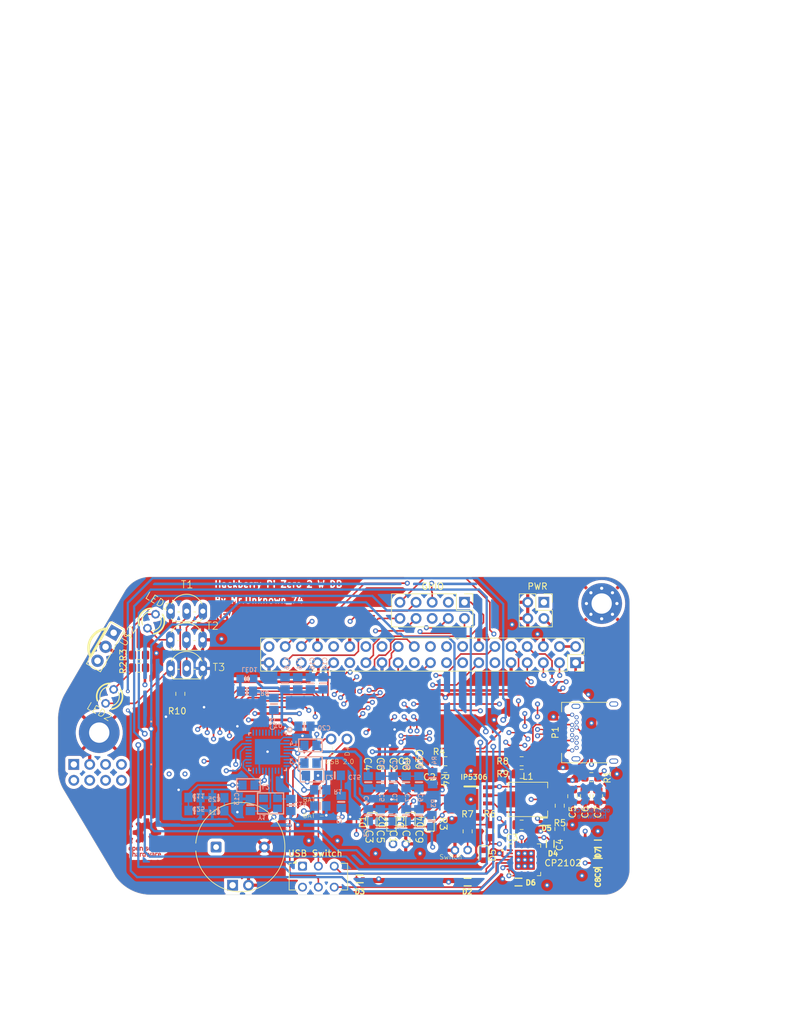
<source format=kicad_pcb>
(kicad_pcb (version 20240108) (generator "pcbnew") (generator_version "8.0")
  (title_block (title "Hackberry Pi Zero 2 W") (rev "0.3"))
  (layers (0 "F.Cu" signal) (1 "In1.Cu" signal) (2 "In2.Cu" signal) (31 "B.Cu" signal) (34 "B.Paste" user) (35 "F.Paste" user) (36 "B.SilkS" user "B.Silkscreen") (37 "F.SilkS" user "F.Silkscreen") (38 "B.Mask" user) (39 "F.Mask" user) (44 "Edge.Cuts" user))
  (net 0 "")
  (net 1 "VBUS")
  (net 2 "GND")
  (net 3 "/CC2")
  (net 4 "/D+")
  (net 5 "/D-")
  (net 6 "/CC1")
  (net 7 "Net-(P1-SHIELD)")
  (net 8 "3.3v")
  (net 19 "LED1")
  (net 20 "LED2")
  (net 21 "LED3")
  (net 22 "SW")
  (net 23 "BAT")
  (net 24 "KEY")
  (net 25 "TXD")
  (net 26 "RXD")
  (net 27 "Read")
  (net 28 "16")
  (net 29 "17")
  (net 30 "21")
  (net 31 "24")
  (net 32 "26")
  (net 33 "/D+USB2.0-RPI")
  (net 34 "/D-USB2.0-RPI")
  (net 35 "/D+UART")
  (net 36 "/D-UART")
  (net 37 "RTS")
  (net 38 "CTS")
  (net 39 "VCC")
  (net 40 "UART-RX")
  (net 41 "UART-TX")
  (net 42 "IRLED")
  (net 43 "MOSI")
  (net 44 "SCLK")
  (net 45 "CE0")
  (net 46 "DC")
  (net 47 "RST")
  (net 48 "BL")
  (net 49 "Vibrator")
  (net 50 "Buzzer")
  (net 51 "1")
  (net 52 "7")
  (net 53 "20")
  (net 54 "0")
  (net 55 "9")
  (net 56 "N$3")
  (net 57 "N$11")
  (net 58 "N$9")
  (net 59 "N$12")
  (net 60 "TX1_ANTENNA")
  (net 61 "TX2_ANTENNA")
  (net 62 "N$4")
  (net 63 "N$5")
  (net 64 "N$6")
  (net 65 "N$15")
  (net 66 "XTAL2")
  (net 67 "XTAL1")
  (net 68 "TX1")
  (net 69 "TX2")
  (net 70 "VMID")
  (net 71 "AVDD")
  (net 72 "TVDD")
  (net 73 "TLED")
  (net 74 "LED1P")
  (net 75 "LED2P")
  (footprint "IRIO3:TO92-EBC" (layer "F.Cu") (at 82.770001 56.130147)
    (property "Reference" "T1")
    (property "Value" "")
  )
  (footprint "" (layer "F.Cu") (at 67.5 81.5)
    (property "Reference" "")
    (property "Value" "")
  )
  (footprint "Resistor_SMD:R_0805_2012Metric_Pad1.15x1.40mm_HandSolder" (layer "F.Cu") (at 81.770001 70.400147 90)
    (property "Reference" "R10")
    (property "Value" "1M")
  )
  (footprint "" (layer "F.Cu") (at 125 95)
    (property "Reference" "")
    (property "Value" "")
  )
  (footprint "USBUART-001.SCHLIB:FP-CC0402-MFG" (layer "F.Cu") (at 147.5 95.222)
    (property "Reference" "C9")
    (property "Value" "100 nF" (hide yes))
  )
  (footprint "Resistor_SMD:R_0805_2012Metric_Pad1.15x1.40mm_HandSolder" (layer "F.Cu") (at 75.270001 66.300295)
    (property "Reference" "R2")
    (property "Value" "1M")
  )
  (footprint "" (layer "F.Cu") (at 108 77.5)
    (property "Reference" "")
    (property "Value" "")
  )
  (footprint "IRIO3:LED3MM" (layer "F.Cu") (at 77.230001 58.980147 -120)
    (property "Reference" "LED1")
    (property "Value" "IR")
  )
  (footprint "RASPI:Raspberry Pi zero 2 W GPIO header" (layer "F.Cu") (at 119.64 64.31)
    (property "Reference" "GPIO" (hide yes))
    (property "Value" "Raspberry Pi zero 2 W GPIO header" (hide yes))
  )
  (footprint "Capacitor_SMD:C_0805_2012Metric" (layer "F.Cu") (at 141.474211 91.653685 90)
    (property "Reference" "C4")
    (property "Value" "10uf 25v")
  )
  (footprint "Buzzer_Beeper:Indicator_PUI_AI-1440-TWT-24V-2-R" (layer "F.Cu") (at 87.4 94.5)
    (property "Reference" "Buzzer" (hide yes))
    (property "Value" "Indicator_PUI_AI-1440-TWT-24V-2-R" (hide yes))
  )
  (footprint "LED_SMD:LED_0603_1608Metric" (layer "F.Cu") (at 129.5 95.7875 -90)
    (property "Reference" "D5")
    (property "Value" "LED")
  )
  (footprint "LED_SMD:LED_0603_1608Metric" (layer "F.Cu") (at 115 90.5 90)
    (property "Reference" "D2")
    (property "Value" "LED")
  )
  (footprint "LED_SMD:LED_0603_1608Metric" (layer "F.Cu") (at 118 90.54 -90)
    (property "Reference" "D3")
    (property "Value" "LED")
  )
  (footprint "Capacitor_SMD:C_0805_2012Metric" (layer "F.Cu") (at 145.5 86.5 90)
    (property "Reference" "C6")
    (property "Value" "10uf 25v")
  )
  (footprint "Resistor_SMD:R_0805_2012Metric_Pad1.15x1.40mm_HandSolder" (layer "F.Cu") (at 130.5 92 -90)
    (property "Reference" "R6")
    (property "Value" "1M" (hide yes))
  )
  (footprint "USBUART-001.SCHLIB:FP-C1005-050-0_15-IPC_C" (layer "F.Cu") (at 147.5 97)
    (property "Reference" "C8")
    (property "Value" "4.7uF" (hide yes))
  )
  (footprint "Resistor_SMD:R_0805_2012Metric_Pad1.15x1.40mm_HandSolder" (layer "F.Cu") (at 146.475 83.5)
    (property "Reference" "R1")
    (property "Value" "1M")
  )
  (footprint "Vault:FP-DPY0002A-MFG" (layer "F.Cu") (at 127 100.00367)
    (property "Reference" "D2")
    (property "Value" "TPD1E10B06DPYR" (hide yes))
  )
  (footprint "Capacitor_SMD:C_0805_2012Metric" (layer "F.Cu") (at 123.5 83.5)
    (property "Reference" "C2")
    (property "Value" "10uf 25v")
  )
  (footprint "Resistor_SMD:R_0805_2012Metric_Pad1.15x1.40mm_HandSolder" (layer "F.Cu") (at 127 92.025 -90)
    (property "Reference" "R7")
    (property "Value" "1M")
  )
  (footprint "" (layer "F.Cu") (at 70 81.5)
    (property "Reference" "")
    (property "Value" "")
  )
  (footprint "Capacitor_SMD:C_0805_2012Metric" (layer "F.Cu") (at 119.5 81)
    (property "Reference" "C1")
    (property "Value" "10uf 25v")
  )
  (footprint "IRIO3:PNA460XM" (layer "F.Cu") (at 70 63 -120)
    (property "Reference" "U$2")
    (property "Value" "PNA460XM" (hide yes))
  )
  (footprint "Connector_PinHeader_2.54mm:PinHeader_2x02_P2.54mm_Vertical" (layer "F.Cu") (at 139 56 -90)
    (property "Reference" "PWR")
    (property "Value" "PinHeader_2x02_P2.54mm_Vertical")
  )
  (footprint "" (layer "F.Cu") (at 65 81.5)
    (property "Reference" "")
    (property "Value" "")
  )
  (footprint "Vault:FP-DPY0002A-MFG" (layer "F.Cu") (at 135 100 180)
    (property "Reference" "D6")
    (property "Value" "TPD1E10B06DPYR" (hide yes))
  )
  (footprint "" (layer "F.Cu") (at 70 84)
    (property "Reference" "")
    (property "Value" "")
  )
  (footprint "Vault:FP-DPY0002A-MFG" (layer "F.Cu") (at 139 90.5 180)
    (property "Reference" "D5")
    (property "Value" "TPD1E10B06DPYR" (hide yes))
  )
  (footprint "Resistor_SMD:R_0805_2012Metric_Pad1.15x1.40mm_HandSolder" (layer "F.Cu") (at 75.270001 64.300295)
    (property "Reference" "R3")
    (property "Value" "1M")
  )
  (footprint "" (layer "F.Cu") (at 127 94.96)
    (property "Reference" "")
    (property "Value" "")
  )
  (footprint "IRIO3:LED3MM" (layer "F.Cu") (at 70.635001 70.800295 -120)
    (property "Reference" "LED2")
    (property "Value" "IR")
  )
  (footprint "Capacitor_SMD:C_0805_2012Metric" (layer "F.Cu") (at 147.5 86.5 90)
    (property "Reference" "C7")
    (property "Value" "10uf 25v")
  )
  (footprint "Project Library:SOP8-P" (layer "F.Cu") (at 127.5 87 -90)
    (property "Reference" "IP5306")
    (property "Value" "SOP8-P")
  )
  (footprint "LED_SMD:LED_0603_1608Metric" (layer "F.Cu") (at 112 90.54 -90)
    (property "Reference" "D1")
    (property "Value" "LED" (hide yes))
  )
  (footprint "MountingHole:MountingHole_3.2mm_M3_Pad_Via" (layer "F.Cu") (at 148.1 56.197056)
    (property "Reference" "H1" (hide yes))
    (property "Value" "MountingHole")
  )
  (footprint "Resistor_SMD:R_0805_2012Metric_Pad1.15x1.40mm_HandSolder" (layer "F.Cu") (at 123.5 81)
    (property "Reference" "R4")
    (property "Value" "1M")
  )
  (footprint "" (layer "F.Cu") (at 115.25 94)
    (property "Reference" "")
    (property "Value" "")
  )
  (footprint "" (layer "F.Cu") (at 145.5 93 180)
    (property "Reference" "")
    (property "Value" "")
  )
  (footprint "Vault:FP-DPY0002A-MFG" (layer "F.Cu") (at 140 94 90)
    (property "Reference" "D4")
    (property "Value" "TPD1E10B06DPYR" (hide yes))
  )
  (footprint "Capacitor_SMD:C_0805_2012Metric" (layer "F.Cu") (at 135.5 91 180)
    (property "Reference" "C3")
    (property "Value" "10uf 25v")
  )
  (footprint "Vault:FP-DPY0002A-MFG" (layer "F.Cu") (at 110 99.5 180)
    (property "Reference" "D3")
    (property "Value" "TPD1E10B06DPYR" (hide yes))
  )
  (footprint "" (layer "F.Cu") (at 72.5 81.5)
    (property "Reference" "")
    (property "Value" "")
  )
  (footprint "" (layer "F.Cu") (at 90 100.5)
    (property "Reference" "")
    (property "Value" "")
  )
  (footprint "IRIO3:TO92-CBE" (layer "F.Cu") (at 82.730001 61.900147)
    (property "Reference" "T2")
    (property "Value" "2N2907")
  )
  (footprint "Resistor_SMD:R_0805_2012Metric_Pad1.15x1.40mm_HandSolder" (layer "F.Cu") (at 141.5 88 90)
    (property "Reference" "R5")
    (property "Value" "1M")
  )
  (footprint "Resistor_SMD:R_0805_2012Metric_Pad1.15x1.40mm_HandSolder" (layer "F.Cu") (at 135.5 83)
    (property "Reference" "R9")
    (property "Value" "1M")
  )
  (footprint "Button_Switch_THT:SW_CK_JS202011AQN_DPDT_Angled" (layer "F.Cu") (at 101 97.5)
    (property "Reference" "USB Switch")
    (property "Value" "SW_CK_JS202011AQN_DPDT_Angled" (hide yes))
  )
  (footprint "" (layer "F.Cu") (at 72.5 84)
    (property "Reference" "")
    (property "Value" "")
  )
  (footprint "" (layer "F.Cu") (at 145.5 94 180)
    (property "Reference" "")
    (property "Value" "")
  )
  (footprint "" (layer "F.Cu") (at 92.5 100.5)
    (property "Reference" "")
    (property "Value" "")
  )
  (footprint "Inductor_SMD:L_Neosid_SM-PIC0512H" (layer "F.Cu") (at 136.5 87)
    (property "Reference" "L1")
    (property "Value" "L_Neosid_SM-PIC0512H")
  )
  (footprint "" (layer "F.Cu") (at 105.5 77.5)
    (property "Reference" "")
    (property "Value" "")
  )
  (footprint "Connector_USB:USB_C_Receptacle_Amphenol_12401548E4-2A" (layer "F.Cu") (at 147.16 76.49 90)
    (property "Reference" "P1")
    (property "Value" "USB_C_Plug")
  )
  (footprint "Capacitor_SMD:C_0805_2012Metric" (layer "F.Cu") (at 143.5 86.5 90)
    (property "Reference" "C5")
    (property "Value" "10uf 25v")
  )
  (footprint "Symbol:OSHW-Logo_5.7x6mm_Copper" (layer "F.Cu") (at 76.5 93)
    (property "Reference" "L1" (hide yes))
    (property "Value" "Logo_Open_Hardware_Small" (hide yes))
  )
  (footprint "MountingHole:MountingHole_3.2mm_M3_Pad" (layer "F.Cu") (at 69 76.5)
    (property "Reference" "H3" (hide yes))
    (property "Value" "MountingHole")
  )
  (footprint "Resistor_SMD:R_0805_2012Metric_Pad1.15x1.40mm_HandSolder" (layer "F.Cu") (at 135.5 81)
    (property "Reference" "R8")
    (property "Value" "1M")
  )
  (footprint "Connector_PinHeader_2.54mm:PinHeader_2x05_P2.54mm_Vertical" (layer "F.Cu") (at 126.5 56 -90)
    (property "Reference" "GPIO")
    (property "Value" "PinHeader_2x05_P2.54mm_Vertical" (hide yes))
  )
  (footprint "" (layer "F.Cu") (at 67.5 84)
    (property "Reference" "")
    (property "Value" "")
  )
  (footprint "LED_SMD:LED_0603_1608Metric" (layer "F.Cu") (at 121 90.5 90)
    (property "Reference" "D4")
    (property "Value" "LED")
  )
  (footprint "" (layer "F.Cu") (at 65 84)
    (property "Reference" "")
    (property "Value" "")
  )
  (footprint "IRIO3:TO92-CBE" (layer "F.Cu") (at 82.770001 66.400147)
    (property "Reference" "T3")
    (property "Value" "2N2907")
  )
  (footprint "Vault:FP-DPY0002A-MFG" (layer "F.Cu") (at 147.5 94 180)
    (property "Reference" "D7")
    (property "Value" "TPD1E10B06DPYR" (hide yes))
  )
  (footprint "CP2102:QFN50P500X500X100-29N" (layer "F.Cu") (at 136 96.5)
    (property "Reference" "CP2102")
    (property "Value" "QFN50P500X500X100-29N")
  )
  (footprint "" (layer "F.Cu") (at 117.25 94)
    (property "Reference" "")
    (property "Value" "")
  )
  (footprint "Adafruit PN532_Breakout_v1.6:0805-NO" (layer "B.Cu") (at 117.306 89.499 90)
    (property "Reference" "C7")
    (property "Value" "100pF")
  )
  (footprint "Adafruit PN532_Breakout_v1.6:0805-NO" (layer "B.Cu") (at 87.75 86.75 180)
    (property "Reference" "C11")
    (property "Value" "0.1µF")
  )
  (footprint "Adafruit PN532_Breakout_v1.6:0805-NO" (layer "B.Cu") (at 115.278 89.499 90)
    (property "Reference" "C1")
    (property "Value" "22pF")
  )
  (footprint "Adafruit PN532_Breakout_v1.6:0805-NO" (layer "B.Cu") (at 98.25 68.75 90)
    (property "Reference" "C16")
    (property "Value" "0.1µF")
  )
  (footprint "Adafruit PN532_Breakout_v1.6:0805-NO" (layer "B.Cu") (at 113.25 89.499 90)
    (property "Reference" "C5")
    (property "Value" "NC")
  )
  (footprint "Adafruit PN532_Breakout_v1.6:CRYSTAL_3.2X2.5" (layer "B.Cu") (at 95.972 87.631)
    (property "Reference" "Y1")
    (property "Value" "27.12MHz")
  )
  (footprint "Adafruit PN532_Breakout_v1.6:0805" (layer "B.Cu") (at 102.25 81.294 180)
    (property "Reference" "L3")
    (property "Value" "560nH")
  )
  (footprint "Adafruit PN532_Breakout_v1.6:0805-NO" (layer "B.Cu") (at 99.147 87.881 -90)
    (property "Reference" "C12")
    (property "Value" "33pF")
  )
  (footprint "Adafruit PN532_Breakout_v1.6:0805-NO" (layer "B.Cu") (at 103.8 85.5)
    (property "Reference" "R1")
    (property "Value" "1.0K")
  )
  (footprint "Adafruit PN532_Breakout_v1.6:CHIPLED_0805_NOOUTLINE" (layer "B.Cu") (at 92.25 68 -90)
    (property "Reference" "LED1")
    (property "Value" "GREEN")
  )
  (footprint "Adafruit PN532_Breakout_v1.6:0805-NO" (layer "B.Cu") (at 100.25 68.75 90)
    (property "Reference" "C16")
    (property "Value" "0.1µF")
  )
  (footprint "Adafruit PN532_Breakout_v1.6:0805-NO" (layer "B.Cu") (at 104.25 68.75 90)
    (property "Reference" "C16")
    (property "Value" "0.1µF")
  )
  (footprint "Adafruit PN532_Breakout_v1.6:0805-NO" (layer "B.Cu") (at 121.366 90.396 90)
    (property "Reference" "R3")
    (property "Value" "1.5")
  )
  (footprint "Adafruit PN532_Breakout_v1.6:0805-NO" (layer "B.Cu") (at 111.345 84.3 -90)
    (property "Reference" "C4")
    (property "Value" "220pF")
  )
  (footprint "Adafruit PN532_Breakout_v1.6:0805" (layer "B.Cu") (at 92.5 84.75)
    (property "Reference" "L2")
    (property "Value" "FERRITE")
  )
  (footprint "Adafruit PN532_Breakout_v1.6:0805-NO" (layer "B.Cu") (at 84 88.75)
    (property "Reference" "C11")
    (property "Value" "0.1µF")
  )
  (footprint "Adafruit PN532_Breakout_v1.6:0805-NO" (layer "B.Cu") (at 101.3 75.5)
    (property "Reference" "C20")
    (property "Value" "0.1µF")
  )
  (footprint "Adafruit PN532_Breakout_v1.6:0805-NO" (layer "B.Cu") (at 119.334 84.3 90)
    (property "Reference" "C10")
    (property "Value" "NC")
  )
  (footprint "Adafruit PN532_Breakout_v1.6:0805-NO" (layer "B.Cu") (at 115.278 84.3 90)
    (property "Reference" "C2")
    (property "Value" "22pF")
  )
  (footprint "Adafruit PN532_Breakout_v1.6:0805-NO" (layer "B.Cu") (at 113.25 84.3 90)
    (property "Reference" "C6")
    (property "Value" "NC")
  )
  (footprint "Adafruit PN532_Breakout_v1.6:R0201" (layer "B.Cu") (at 77.184 74.764 90)
    (property "Reference" "R6" (hide yes))
    (property "Value" "NC")
  )
  (footprint "Adafruit PN532_Breakout_v1.6:0805-NO" (layer "B.Cu") (at 92.797 87.881 90)
    (property "Reference" "C13")
    (property "Value" "33pF")
  )
  (footprint "Adafruit PN532_Breakout_v1.6:0805-NO" (layer "B.Cu") (at 106.082 83.218)
    (property "Reference" "C15")
    (property "Value" "1000pF")
  )
  (footprint "Adafruit PN532_Breakout_v1.6:0805-NO" (layer "B.Cu") (at 92.25 70)
    (property "Reference" "R8")
    (property "Value" "TBD")
  )
  (footprint "Adafruit PN532_Breakout_v1.6:0805-NO" (layer "B.Cu") (at 121.489 83.657 90)
    (property "Reference" "R4")
    (property "Value" "1.5")
  )
  (footprint "Adafruit PN532_Breakout_v1.6:0805-NO" (layer "B.Cu") (at 111.345 89.499 -90)
    (property "Reference" "C3")
    (property "Value" "220pF")
  )
  (footprint "Adafruit PN532_Breakout_v1.6:0805-NO" (layer "B.Cu") (at 119.334 89.499 90)
    (property "Reference" "C9")
    (property "Value" "NC")
  )
  (footprint "Adafruit PN532_Breakout_v1.6:R0201" (layer "B.Cu") (at 77.184 81.495 -90)
    (property "Reference" "R5" (hide yes))
    (property "Value" "NC")
  )
  (footprint "Symbol:OSHW-Logo_5.7x6mm_Copper" (layer "B.Cu") (at 146.5 87 180)
    (property "Reference" "L1" (hide yes))
    (property "Value" "Logo_Open_Hardware_Small" (hide yes))
  )
  (footprint "Adafruit PN532_Breakout_v1.6:HVQFN40-6X6" (layer "B.Cu") (at 95.5 79.5 180)
    (property "Reference" "U1")
    (property "Value" "PN532")
  )
  (footprint "Adafruit PN532_Breakout_v1.6:0805" (layer "B.Cu") (at 102.25 78.5 180)
    (property "Reference" "L4")
    (property "Value" "560nH")
  )
  (footprint "Adafruit PN532_Breakout_v1.6:0805-NO" (layer "B.Cu") (at 96.5 72 -90)
    (property "Reference" "C22")
    (property "Value" "10µF")
  )
  (footprint "Adafruit PN532_Breakout_v1.6:0805-NO" (layer "B.Cu") (at 117.306 84.3 90)
    (property "Reference" "C8")
    (property "Value" "100pF")
  )
  (footprint "Adafruit PN532_Breakout_v1.6:0805-NO" (layer "B.Cu") (at 107.098 87.397 -90)
    (property "Reference" "R2")
    (property "Value" "1.69K")
  )
  (footprint "Adafruit PN532_Breakout_v1.6:0805-NO" (layer "B.Cu") (at 84 86.718)
    (property "Reference" "C25")
    (property "Value" "10µF")
  )
  (footprint "Adafruit PN532_Breakout_v1.6:0805" (layer "B.Cu") (at 102.5 83.25)
    (property "Reference" "L2")
    (property "Value" "FERRITE")
  )
  (footprint "Adafruit PN532_Breakout_v1.6:0805-NO" (layer "B.Cu") (at 103.8 88.032 180)
    (property "Reference" "C14")
    (property "Value" "0.1µF")
  )
  (footprint "Adafruit PN532_Breakout_v1.6:0805-NO" (layer "B.Cu") (at 87.75 88.782 180)
    (property "Reference" "C25")
    (property "Value" "10µF")
  )
  (footprint "Adafruit PN532_Breakout_v1.6:0805-NO" (layer "B.Cu") (at 102.25 68.75 90)
    (property "Reference" "C16")
    (property "Value" "0.1µF")
  )
  (gr_arc (start 62.500001 74.122069) (mid 62.797401 72.287192) (end 63.481143 70.558691) (stroke (width 0.05)) (layer "Edge.Cuts"))
  (gr_arc (start 63.419464 85.534414) (mid 62.699946 83.834789) (end 62.5 82) (stroke (width 0.05)) (layer "Edge.Cuts"))
  (gr_line (start 62.5 74.122069) (end 62.5 82) (stroke (width 0.05)) (layer "Edge.Cuts"))
  (gr_arc (start 73 54.314154) (mid 74.689406 52.620215) (end 77.000002 52) (stroke (width 0.05)) (layer "Edge.Cuts"))
  (gr_line (start 77 102) (end 148.53101 101.999998) (stroke (width 0.05)) (layer "Edge.Cuts"))
  (gr_line (start 148.5 52) (end 77.000002 52) (stroke (width 0.05)) (layer "Edge.Cuts"))
  (gr_line (start 72.999998 54.314154) (end 63.481143 70.558691) (stroke (width 0.05)) (layer "Edge.Cuts"))
  (gr_line (start 63.419464 85.534414) (end 71.563801 99.15309) (stroke (width 0.05)) (layer "Edge.Cuts"))
  (gr_arc (start 148.5 52) (mid 151.317481 53.160627) (end 152.499998 55.96899) (stroke (width 0.05)) (layer "Edge.Cuts"))
  (gr_line (start 152.5 98) (end 152.499998 55.96899) (stroke (width 0.05)) (layer "Edge.Cuts"))
  (gr_arc (start 77 102) (mid 73.944221 101.221348) (end 71.563801 99.15309) (stroke (width 0.05)) (layer "Edge.Cuts"))
  (gr_arc (start 152.5 98) (mid 151.339376 100.817477) (end 148.53101 101.999998) (stroke (width 0.05)) (layer "Edge.Cuts"))
  (gr_text "REV 0.3" (at 87 58.75 0) (layer "F.Cu" knockout) (effects (font (size 1 1) (thickness 0.25)) (justify left bottom)))
  (gr_text "Hackberry Pi Zero 2 W DB" (at 87 53.75 0) (layer "F.Cu" knockout) (effects (font (size 1 1) (thickness 0.25) (bold yes)) (justify left bottom)))
  (gr_text "By Mr.Unknown_74" (at 87 56.25 0) (layer "F.Cu" knockout) (effects (font (size 1 1) (thickness 0.25)) (justify left bottom)))
  (gr_text "C9" (at 118.699 91.654 -90) (layer "F.SilkS") (effects (font (size 1.1176 1.1176) (thickness 0.1524)) (justify left bottom)))
  (gr_text "BAT +" (at 101 87.5 0) (layer "F.SilkS") (effects (font (size 0.747776 0.747776) (thickness 0.065024)) (justify left bottom)))
  (gr_text "C8" (at 116.671 80.236 -90) (layer "F.SilkS") (effects (font (size 1.1176 1.1176) (thickness 0.1524)) (justify left bottom)))
  (gr_text "C5" (at 112.615 91.654 -90) (layer "F.SilkS") (effects (font (size 1.1176 1.1176) (thickness 0.1524)) (justify left bottom)))
  (gr_text "Switch" (at 122.5 96.5 0) (layer "F.SilkS") (effects (font (size 0.747776 0.747776) (thickness 0.065024)) (justify left bottom)))
  (gr_text "C7" (at 116.671 91.654 -90) (layer "F.SilkS") (effects (font (size 1.1176 1.1176) (thickness 0.1524)) (justify left bottom)))
  (gr_text "C1" (at 114.647 91.654 -90) (layer "F.SilkS") (effects (font (size 1.1176 1.1176) (thickness 0.1524)) (justify left bottom)))
  (gr_text "C2" (at 114.643 80.236 -90) (layer "F.SilkS") (effects (font (size 1.1176 1.1176) (thickness 0.1524)) (justify left bottom)))
  (gr_text "C3" (at 110.837 91.654 -90) (layer "F.SilkS") (effects (font (size 1.1176 1.1176) (thickness 0.1524)) (justify left bottom)))
  (gr_text "C4" (at 110.587 80.236 -90) (layer "F.SilkS") (effects (font (size 1.1176 1.1176) (thickness 0.1524)) (justify left bottom)))
  (gr_text "R4" (at 122.755 82.768 -90) (layer "F.SilkS") (effects (font (size 1.1176 1.1176) (thickness 0.1524)) (justify left bottom)))
  (gr_text "R3" (at 122.505 89.634 -90) (layer "F.SilkS") (effects (font (size 1.1176 1.1176) (thickness 0.1524)) (justify left bottom)))
  (gr_text "USB 2.0" (at 104.5 81.5 0) (layer "F.SilkS") (effects (font (size 0.747776 0.747776) (thickness 0.065024)) (justify left bottom)))
  (gr_text "C10" (at 118.699 78.97 -90) (layer "F.SilkS") (effects (font (size 1.1176 1.1176) (thickness 0.1524)) (justify left bottom)))
  (gr_text "C6" (at 112.615 80.236 -90) (layer "F.SilkS") (effects (font (size 1.1176 1.1176) (thickness 0.1524)) (justify left bottom)))
  (gr_text "D-\n\nD+" (at 108.5 78.5 90) (layer "F.SilkS") (effects (font (size 0.747776 0.747776) (thickness 0.065024)) (justify right bottom)))
  (gr_text "BAT -" (at 101 90 0) (layer "F.SilkS") (effects (font (size 0.747776 0.747776) (thickness 0.065024)) (justify left bottom)))
  (segment (start 122.475 81) (end 120.5 81) (width 0.25) (layer "F.Cu") (net 0))
  (segment (start 141.5 89.025) (end 141.5 90.55) (width 0.25) (layer "F.Cu") (net 0))
  (segment (start 142.14 77.74) (end 143.4 77.74) (width 0.25) (layer "F.Cu") (net 1))
  (segment (start 125 79.5) (end 136.093604 79.5) (width 0.25) (layer "F.Cu") (net 1))
  (segment (start 134.5 98.87) (end 134.5 100) (width 0.25) (layer "F.Cu") (net 1))
  (segment (start 110 75.5) (end 115.6346 69.8654) (width 0.4064) (layer "F.Cu") (net 1))
  (segment (start 76.329853 57.880295) (end 77.865001 57.880295) (width 0.25) (layer "F.Cu") (net 1))
  (segment (start 143.5 85.55) (end 143.5 85) (width 0.25) (layer "F.Cu") (net 1))
  (segment (start 132 85) (end 143.5 85) (width 0.25) (layer "F.Cu") (net 1))
  (segment (start 137.275 75.699695) (end 137.734695 75.24) (width 0.25) (layer "F.Cu") (net 1))
  (segment (start 100 75.5) (end 110 75.5) (width 0.4064) (layer "F.Cu") (net 1))
  (segment (start 131.905 85.095) (end 132 85) (width 0.25) (layer "F.Cu") (net 1))
  (segment (start 99 74.5) (end 92.5 74.5) (width 0.4064) (layer "F.Cu") (net 1))
  (segment (start 143.5 85) (end 145.5 85) (width 0.25) (layer "F.Cu") (net 1))
  (segment (start 115.6346 69.8654) (end 141.6346 69.8654) (width 0.4064) (layer "F.Cu") (net 1))
  (segment (start 124.7 85.095) (end 124.5 84.895) (width 0.25) (layer "F.Cu") (net 1))
  (segment (start 145.5 85.55) (end 145.5 85) (width 0.25) (layer "F.Cu") (net 1))
  (segment (start 133.5 98.13) (end 133.63 98) (width 0.25) (layer "F.Cu") (net 1))
  (segment (start 76.295001 66.300295) (end 76.295001 64.300295) (width 0.4064) (layer "F.Cu") (net 1))
  (segment (start 133.5 99) (end 134.37 99) (width 0.25) (layer "F.Cu") (net 1))
  (segment (start 74.245001 66.725443) (end 71.270001 69.700443) (width 0.25) (layer "F.Cu") (net 1))
  (segment (start 132 85) (end 130.395 85) (width 0.4) (layer "F.Cu") (net 1))
  (segment (start 136.093604 79.5) (end 137.275 78.318604) (width 0.25) (layer "F.Cu") (net 1))
  (segment (start 137.275 78.318604) (end 137.275 75.699695) (width 0.25) (layer "F.Cu") (net 1))
  (segment (start 137.734695 75.24) (end 142.14 75.24) (width 0.25) (layer "F.Cu") (net 1))
  (segment (start 146.95 85) (end 147.5 85.55) (width 0.25) (layer "F.Cu") (net 1))
  (segment (start 130.395 85) (end 130.3 85.095) (width 0.25) (layer "F.Cu") (net 1))
  (segment (start 76.196152 66.399144) (end 76.295001 66.300295) (width 0.4064) (layer "F.Cu") (net 1))
  (segment (start 133 91) (end 133 92) (width 0.25) (layer "F.Cu") (net 1))
  (segment (start 99 74.5) (end 100 75.5) (width 0.4064) (layer "F.Cu") (net 1))
  (segment (start 133.5 99) (end 133.5 98.13) (width 0.25) (layer "F.Cu") (net 1))
  (segment (start 134.5 98.87) (end 133.63 98) (width 0.25) (layer "F.Cu") (net 1))
  (segment (start 134.37 99) (end 134.5 98.87) (width 0.25) (layer "F.Cu") (net 1))
  (segment (start 144 62.96) (end 141.46 62.96) (width 0.4064) (layer "F.Cu") (net 1))
  (segment (start 145.5 85) (end 146.95 85) (width 0.25) (layer "F.Cu") (net 1))
  (segment (start 143.4 75.24) (end 142.14 75.24) (width 0.25) (layer "F.Cu") (net 1))
  (segment (start 124.5 80) (end 125 79.5) (width 0.25) (layer "F.Cu") (net 1))
  (segment (start 74.245001 64.300295) (end 74.245001 59.965147) (width 0.25) (layer "F.Cu") (net 1))
  (segment (start 141.6346 69.8654) (end 142 69.5) (width 0.4064) (layer "F.Cu") (net 1))
  (segment (start 74.245001 59.965147) (end 76.329853 57.880295) (width 0.25) (layer "F.Cu") (net 1))
  (segment (start 74.245001 66.300295) (end 74.245001 66.725443) (width 0.25) (layer "F.Cu") (net 1))
  (segment (start 143.45 75.29) (end 143.4 75.24) (width 0.25) (layer "F.Cu") (net 1))
  (segment (start 124.5 84.895) (end 124.5 80) (width 0.25) (layer "F.Cu") (net 1))
  (segment (start 132 90) (end 133 91) (width 0.25) (layer "F.Cu") (net 1))
  (segment (start 143.4 77.74) (end 143.45 77.69) (width 0.25) (layer "F.Cu") (net 1))
  (segment (start 76.196152 68.973996) (end 76.196152 66.399144) (width 0.4064) (layer "F.Cu") (net 1))
  (via (at 132 85) (size 0.8) (drill 0.4) (layers "F.Cu" "B.Cu") (net 1))
  (via (at 133 92) (size 0.8) (drill 0.4) (layers "F.Cu" "B.Cu") (net 1))
  (via (at 142 69.5) (size 0.8) (drill 0.4) (layers "F.Cu" "B.Cu") (net 1))
  (via (at 92.5 74.5) (size 0.8) (drill 0.4) (layers "F.Cu" "B.Cu") (net 1))
  (via (at 76.196152 68.973996) (size 0.8) (drill 0.4) (layers "F.Cu" "B.Cu") (net 1))
  (via (at 132 90) (size 0.8) (drill 0.4) (layers "F.Cu" "B.Cu") (net 1))
  (via (at 99 74.5) (size 0.8) (drill 0.4) (layers "F.Cu" "B.Cu") (net 1))
  (via (at 133.5 99) (size 0.8) (drill 0.4) (layers "F.Cu" "B.Cu") (net 1))
  (segment (start 148 94) (end 148 95.222) (width 0.25) (layer "F.Cu") (net 2))
  (segment (start 85.770001 61.400147) (end 85.270001 61.900147) (width 0.25) (layer "F.Cu") (net 2))
  (segment (start 124.00367 100.00367) (end 124 100) (width 0.25) (layer "F.Cu") (net 2))
  (segment (start 145.9718 81.002895) (end 143.5 83.474695) (width 0.25) (layer "F.Cu") (net 2))
  (segment (start 130.075 96) (end 130.575 96) (width 0.25) (layer "F.Cu") (net 2))
  (segment (start 139.5 90.5) (end 139.5 91) (width 0.25) (layer "F.Cu") (net 2))
  (segment (start 142.19 79.29) (end 142.14 79.24) (width 0.25) (layer "F.Cu") (net 2))
  (segment (start 140 94.5) (end 140 94.75) (width 0.25) (layer "F.Cu") (net 2))
  (segment (start 133 100) (end 132.5 99.5) (width 0.25) (layer "F.Cu") (net 2))
  (segment (start 143.4 73.74) (end 142.14 73.74) (width 0.25) (layer "F.Cu") (net 2))
  (segment (start 129.5 96.575) (end 130.075 96) (width 0.25) (layer "F.Cu") (net 2))
  (segment (start 140 94.75) (end 140 96) (width 0.25) (layer "F.Cu") (net 2))
  (segment (start 146.5 75) (end 145.9718 75.5282) (width 0.25) (layer "F.Cu") (net 2))
  (segment (start 148 92.5) (end 147.5 92) (width 0.25) (layer "F.Cu") (net 2))
  (segment (start 142.14 73.74) (end 140.76 73.74) (width 0.25) (layer "F.Cu") (net 2))
  (segment (start 142.14 79.24) (end 141.26 79.24) (width 0.25) (layer "F.Cu") (net 2))
  (segment (start 85.310001 61.940147) (end 85.270001 61.900147) (width 0.25) (layer "F.Cu") (net 2))
  (segment (start 148 94) (end 148 92.5) (width 0.25) (layer "F.Cu") (net 2))
  (segment (start 145.9718 75.5282) (end 145.9718 81.002895) (width 0.25) (layer "F.Cu") (net 2))
  (segment (start 140.76 73.74) (end 140.5 74) (width 0.25) (layer "F.Cu") (net 2))
  (segment (start 137.5 91) (end 138.5 92) (width 0.25) (layer "F.Cu") (net 2))
  (segment (start 139.5 91) (end 138.5 92) (width 0.25) (layer "F.Cu") (net 2))
  (segment (start 135.5 100) (end 135.75 100) (width 0.25) (layer "F.Cu") (net 2))
  (segment (start 136.45 91) (end 137.5 91) (width 0.25) (layer "F.Cu") (net 2))
  (segment (start 133.63 96) (end 132.5 96) (width 0.25) (layer "F.Cu") (net 2))
  (segment (start 132.5 96) (end 132 95.5) (width 0.25) (layer "F.Cu") (net 2))
  (segment (start 148 95.222) (end 148 96.87743) (width 0.25) (layer "F.Cu") (net 2))
  (segment (start 143.45 73.69) (end 143.4 73.74) (width 0.25) (layer "F.Cu") (net 2))
  (segment (start 141.26 79.24) (end 141 79.5) (width 0.25) (layer "F.Cu") (net 2))
  (segment (start 130.575 96) (end 131.075 95.5) (width 0.25) (layer "F.Cu") (net 2))
  (segment (start 148 96.87743) (end 147.87743 97) (width 0.25) (layer "F.Cu") (net 2))
  (segment (start 110.5 99.5) (end 113 99.5) (width 0.25) (layer "F.Cu") (net 2))
  (segment (start 143.45 79.29) (end 142.19 79.29) (width 0.25) (layer "F.Cu") (net 2))
  (segment (start 148 96.75) (end 148 98.5) (width 0.25) (layer "F.Cu") (net 2))
  (segment (start 143.5 83.474695) (end 143.5 84) (width 0.25) (layer "F.Cu") (net 2))
  (segment (start 131.075 95.5) (end 132 95.5) (width 0.25) (layer "F.Cu") (net 2))
  (segment (start 133.63 100) (end 133 100) (width 0.25) (layer "F.Cu") (net 2))
  (segment (start 135.75 100) (end 137 100) (width 0.25) (layer "F.Cu") (net 2))
  (segment (start 95.74 65.5) (end 95.74 65.103604) (width 0.25) (layer "F.Cu") (net 2))
  (segment (start 126.5 100.00367) (end 124.00367 100.00367) (width 0.25) (layer "F.Cu") (net 2))
  (via (at 122 87.25) (size 0.8) (drill 0.4) (layers "F.Cu" "B.Cu") (net 2))
  (via (at 137 97.5) (size 0.8) (drill 0.4) (layers "F.Cu" "B.Cu") (net 2))
  (via (at 127.5 82.5) (size 0.8) (drill 0.4) (layers "F.Cu" "B.Cu") (net 2))
  (via (at 131.143545 74.5) (size 0.8) (drill 0.4) (layers "F.Cu" "B.Cu") (net 2))
  (via (at 146.5 75) (size 0.8) (drill 0.4) (layers "F.Cu" "B.Cu") (net 2))
  (via (at 88.25 61.75) (size 0.8) (drill 0.4) (layers "F.Cu" "B.Cu") (net 2))
  (via (at 78 64) (size 0.8) (drill 0.4) (layers "F.Cu" "B.Cu") (net 2))
  (via (at 139.5 100.5) (size 0.8) (drill 0.4) (layers "F.Cu" "B.Cu") (net 2))
  (via (at 81.5 85.5) (size 0.8) (drill 0.4) (layers "F.Cu" "B.Cu") (net 2))
  (via (at 145 99) (size 0.8) (drill 0.4) (layers "F.Cu" "B.Cu") (net 2))
  (via (at 136 97.5) (size 0.8) (drill 0.4) (layers "F.Cu" "B.Cu") (net 2))
  (via (at 143.5 91) (size 0.8) (drill 0.4) (layers "F.Cu" "B.Cu") (net 2))
  (via (at 114.75 78.5) (size 0.8) (drill 0.4) (layers "F.Cu" "B.Cu") (net 2))
  (via (at 135 96.5) (size 0.8) (drill 0.4) (layers "F.Cu" "B.Cu") (net 2))
  (via (at 138.5 92) (size 0.8) (drill 0.4) (layers "F.Cu" "B.Cu") (net 2))
  (via (at 102 93.5) (size 0.8) (drill 0.4) (layers "F.Cu" "B.Cu") (net 2))
  (via (at 100.25 91) (size 0.8) (drill 0.4) (layers "F.Cu" "B.Cu") (net 2))
  (via (at 106.5 93.5) (size 0.8) (drill 0.4) (layers "F.Cu" "B.Cu") (net 2))
  (via (at 132.5 82.5) (size 0.8) (drill 0.4) (layers "F.Cu" "B.Cu") (net 2))
  (via (at 90.75 89) (size 0.8) (drill 0.4) (layers "F.Cu" "B.Cu") (net 2))
  (via (at 138 61) (size 0.8) (drill 0.4) (layers "F.Cu" "B.Cu") (net 2))
  (via (at 104.75 89.5) (size 0.8) (drill 0.4) (layers "F.Cu" "B.Cu") (net 2))
  (via (at 143.5 84) (size 0.8) (drill 0.4) (layers "F.Cu" "B.Cu") (net 2))
  (via (at 140.5 74) (size 0.8) (drill 0.4) (layers "F.Cu" "B.Cu") (net 2))
  (via (at 132.5 99.5) (size 0.8) (drill 0.4) (layers "F.Cu" "B.Cu") (net 2))
  (via (at 113 99.5) (size 0.8) (drill 0.4) (layers "F.Cu" "B.Cu") (net 2))
  (via (at 97.75 83.5) (size 0.8) (drill 0.4) (layers "F.Cu" "B.Cu") (net 2))
  (via (at 146 70.5) (size 0.8) (drill 0.4) (layers "F.Cu" "B.Cu") (net 2))
  (via (at 132 95.5) (size 0.8) (drill 0.4) (layers "F.Cu" "B.Cu") (net 2))
  (via (at 124.5 90) (size 0.8) (drill 0.4) (layers "F.Cu" "B.Cu") (net 2))
  (via (at 127.5 87) (size 0.8) (drill 0.4) (layers "F.Cu" "B.Cu") (net 2))
  (via (at 77.184 75.907) (size 0.9064) (drill 0.5) (layers "F.Cu" "B.Cu") (net 2))
  (via (at 135 95.5) (size 0.8) (drill 0.4) (layers "F.Cu" "B.Cu") (net 2))
  (via (at 142 82) (size 0.8) (drill 0.4) (layers "F.Cu" "B.Cu") (net 2))
  (via (at 108.5 89.75) (size 0.8) (drill 0.4) (layers "F.Cu" "B.Cu") (net 2))
  (via (at 85.5 72.5) (size 0.8) (drill 0.4) (layers "F.Cu" "B.Cu") (net 2))
  (via (at 136 95.5) (size 0.8) (drill 0.4) (layers "F.Cu" "B.Cu") (net 2))
  (via (at 150.5 83) (size 0.8) (drill 0.4) (layers "F.Cu" "B.Cu") (net 2))
  (via (at 136 96.5) (size 0.8) (drill 0.4) (layers "F.Cu" "B.Cu") (net 2))
  (via (at 119.5 95.5) (size 0.8) (drill 0.4) (layers "F.Cu" "B.Cu") (net 2))
  (via (at 134 59.5) (size 0.8) (drill 0.4) (layers "F.Cu" "B.Cu") (net 2))
  (via (at 124 100) (size 0.8) (drill 0.4) (layers "F.Cu" "B.Cu") (net 2))
  (via (at 123 85.5) (size 0.8) (drill 0.4) (layers "F.Cu" "B.Cu") (net 2))
  (via (at 137 95.5) (size 0.8) (drill 0.4) (layers "F.Cu" "B.Cu") (net 2))
  (via (at 112.5 95.5) (size 0.8) (drill 0.4) (layers "F.Cu" "B.Cu") (net 2))
  (via (at 115 87) (size 0.8) (drill 0.4) (layers "F.Cu" "B.Cu") (net 2))
  (via (at 117 81.25) (size 0.8) (drill 0.4) (layers "F.Cu" "B.Cu") (net 2))
  (via (at 137 96.5) (size 0.8) (drill 0.4) (layers "F.Cu" "B.Cu") (net 2))
  (via (at 101 77) (size 0.8) (drill 0.4) (layers "F.Cu" "B.Cu") (net 2))
  (via (at 79.5 74) (size 0.8) (drill 0.4) (layers "F.Cu" "B.Cu") (net 2))
  (via (at 95.5 79.5) (size 0.8) (drill 0.4) (layers "F.Cu" "B.Cu") (net 2))
  (via (at 90.75 75.5) (size 0.8) (drill 0.4) (layers "F.Cu" "B.Cu") (net 2))
  (via (at 135 97.5) (size 0.8) (drill 0.4) (layers "F.Cu" "B.Cu") (net 2))
  (via (at 147.5 92) (size 0.8) (drill 0.4) (layers "F.Cu" "B.Cu") (net 2))
  (via (at 115.5 76) (size 0.8) (drill 0.4) (layers "F.Cu" "B.Cu") (net 2))
  (segment (start 94.24 82.49) (end 94.2 82.45) (width 0.25) (layer "B.Cu") (net 2))
  (segment (start 90.75 88.75) (end 90.75 89) (width 0.25) (layer "B.Cu") (net 2))
  (segment (start 98.49 77.25) (end 97.990001 77.25) (width 0.2) (layer "B.Cu") (net 2))
  (segment (start 84.95 86.718) (end 86.768 86.718) (width 0.25) (layer "B.Cu") (net 2))
  (segment (start 96.75 78.25) (end 95.5 79.5) (width 0.25) (layer "B.Cu") (net 2))
  (segment (start 84.25 90.25) (end 82 90.25) (width 0.25) (layer "B.Cu") (net 2))
  (segment (start 99.147 89.897) (end 100.25 91) (width 0.25) (layer "B.Cu") (net 2))
  (segment (start 97.990001 77.25) (end 95.740001 79.5) (width 0.2) (layer "B.Cu") (net 2))
  (segment (start 81.5 89.75) (end 81.5 85.5) (width 0.25) (layer "B.Cu") (net 2))
  (segment (start 86.8 88.782) (end 84.982 88.782) (width 0.25) (layer "B.Cu") (net 2))
  (segment (start 96.25 80.25) (end 95.5 79.5) (width 0.25) (layer "B.Cu") (net 2))
  (segment (start 92.569 86.931) (end 90.75 88.75) (width 0.25) (layer "B.Cu") (net 2))
  (segment (start 99.147 88.831) (end 99.147 89.897) (width 0.25) (layer "B.Cu") (net 2))
  (segment (start 84.95 89.55) (end 84.25 90.25) (width 0.25) (layer "B.Cu") (net 2))
  (segment (start 104.75 88.032) (end 104.75 89.5) (width 0.25) (layer "B.Cu") (net 2))
  (segment (start 102.25 67.8) (end 100.25 67.8) (width 0.25) (layer "B.Cu") (net 2))
  (segment (start 77.184 74.129) (end 77.184 75.019) (width 0.4064) (layer "B.Cu") (net 2))
  (segment (start 100.75 77.25) (end 98.49 77.25) (width 0.25) (layer "B.Cu") (net 2))
  (segment (start 77.184 75.019) (end 77.184 75.907) (width 0.3556) (layer "B.Cu") (net 2))
  (segment (start 95.740001 79.5) (end 95.5 79.5) (width 0.2) (layer "B.Cu") (net 2))
  (segment (start 77.184 75.907) (end 77.184 77.05) (width 0.4064) (layer "B.Cu") (net 2))
  (segment (start 104.25 67.8) (end 102.25 67.8) (width 0.25) (layer "B.Cu") (net 2))
  (segment (start 94.25 82.49) (end 94.24 82.49) (width 0.25) (layer "B.Cu") (net 2))
  (segment (start 84.95 88.75) (end 84.95 86.718) (width 0.25) (layer "B.Cu") (net 2))
  (segment (start 82 90.25) (end 81.5 89.75) (width 0.25) (layer "B.Cu") (net 2))
  (segment (start 119.334 85.25) (end 119.334 88.549) (width 0.4064) (layer "B.Cu") (net 2))
  (segment (start 98.49 78.25) (end 96.75 78.25) (width 0.25) (layer "B.Cu") (net 2))
  (segment (start 98.49 80.25) (end 96.25 80.25) (width 0.25) (layer "B.Cu") (net 2))
  (segment (start 77.184 75.907) (end 77.184 81.75) (width 0.3556) (layer "B.Cu") (net 2))
  (segment (start 94.2 80.8) (end 95.5 79.5) (width 0.25) (layer "B.Cu") (net 2))
  (segment (start 94.2 82.45) (end 94.2 80.8) (width 0.25) (layer "B.Cu") (net 2))
  (segment (start 92.797 86.931) (end 92.569 86.931) (width 0.25) (layer "B.Cu") (net 2))
  (segment (start 97.75 82.49) (end 97.75 83.5) (width 0.25) (layer "B.Cu") (net 2))
  (segment (start 86.8 86.75) (end 86.8 88.782) (width 0.25) (layer "B.Cu") (net 2))
  (segment (start 101 77) (end 100.75 77.25) (width 0.25) (layer "B.Cu") (net 2))
  (segment (start 100.25 67.8) (end 98.25 67.8) (width 0.25) (layer "B.Cu") (net 2))
  (segment (start 86.768 86.718) (end 86.8 86.75) (width 0.25) (layer "B.Cu") (net 2))
  (segment (start 84.95 88.75) (end 84.95 89.55) (width 0.25) (layer "B.Cu") (net 2))
  (segment (start 117.306 87.017) (end 117.306 88.549) (width 0.4064) (layer "B.Cu") (net 2))
  (segment (start 84.982 88.782) (end 84.95 88.75) (width 0.25) (layer "B.Cu") (net 2))
  (segment (start 117.306 87.017) (end 117.306 85.25) (width 0.4064) (layer "B.Cu") (net 2))
  (segment (start 144.15 75.69) (end 145.5 77.04) (width 0.25) (layer "F.Cu") (net 3))
  (segment (start 145.5 77.04) (end 145.5 80.5) (width 0.25) (layer "F.Cu") (net 3))
  (segment (start 145.5 80.5) (end 143 83) (width 0.25) (layer "F.Cu") (net 3))
  (segment (start 136.525 83) (end 143 83) (width 0.25) (layer "F.Cu") (net 3))
  (segment (start 142.14 76.74) (end 138.26 76.74) (width 0.2) (layer "F.Cu") (net 4))
  (segment (start 133 78) (end 133.5 78.5) (width 0.2) (layer "F.Cu") (net 4))
  (segment (start 133.5 78.5) (end 136 78.5) (width 0.2) (layer "F.Cu") (net 4))
  (segment (start 121 77.5) (end 117 77.5) (width 0.2) (layer "F.Cu") (net 4))
  (segment (start 117 77.5) (end 116.5 78) (width 0.2) (layer "F.Cu") (net 4))
  (segment (start 138.26 76.74) (end 138 77) (width 0.2) (layer "F.Cu") (net 4))
  (via (at 116.5 78) (size 0.8) (drill 0.4) (layers "F.Cu" "B.Cu") (net 4))
  (via (at 138 77) (size 0.8) (drill 0.4) (layers "F.Cu" "B.Cu") (net 4))
  (via (at 133 78) (size 0.8) (drill 0.4) (layers "F.Cu" "B.Cu") (net 4))
  (via (at 121 77.5) (size 0.8) (drill 0.4) (layers "F.Cu" "B.Cu") (net 4))
  (via (at 136 78.5) (size 0.8) (drill 0.4) (layers "F.Cu" "B.Cu") (net 4))
  (segment (start 139.04 76.24) (end 138.8 76) (width 0.2) (layer "F.Cu") (net 5))
  (segment (start 120.4968 77.0032) (end 116.5 77) (width 0.2) (layer "F.Cu") (net 5))
  (segment (start 142.14 76.24) (end 139.04 76.24) (width 0.2) (layer "F.Cu") (net 5))
  (segment (start 135.5 76.5) (end 133.5 76.5) (width 0.2) (layer "F.Cu") (net 5))
  (segment (start 121 76.5) (end 120.4968 77.0032) (width 0.2) (layer "F.Cu") (net 5))
  (segment (start 136.5 77.5) (end 135.5 76.5) (width 0.2) (layer "F.Cu") (net 5))
  (segment (start 138.8 76) (end 138 76) (width 0.2) (layer "F.Cu") (net 5))
  (segment (start 116.5 77) (end 116.5032 77.0032) (width 0.2) (layer "F.Cu") (net 5))
  (via (at 116.5 77) (size 0.8) (drill 0.4) (layers "F.Cu" "B.Cu") (net 5))
  (via (at 121 76.5) (size 0.8) (drill 0.4) (layers "F.Cu" "B.Cu") (net 5))
  (via (at 136.5 77.5) (size 0.8) (drill 0.4) (layers "F.Cu" "B.Cu") (net 5))
  (via (at 138 76) (size 0.8) (drill 0.4) (layers "F.Cu" "B.Cu") (net 5))
  (via (at 133.5 76.5) (size 0.8) (drill 0.4) (layers "F.Cu" "B.Cu") (net 5))
  (segment (start 136.525 79.705) (end 136.525 81) (width 0.25) (layer "F.Cu") (net 6))
  (segment (start 142.14 77.24) (end 138.99 77.24) (width 0.25) (layer "F.Cu") (net 6))
  (segment (start 138.99 77.24) (end 136.525 79.705) (width 0.25) (layer "F.Cu") (net 6))
  (segment (start 148.5 82.5) (end 147.5 83.5) (width 0.25) (layer "F.Cu") (net 7))
  (via (at 148.5 82.5) (size 0.8) (drill 0.4) (layers "F.Cu" "B.Cu") (net 7))
  (segment (start 140.96 60.5) (end 139 58.54) (width 0.4064) (layer "F.Cu") (net 8))
  (segment (start 148 79) (end 148 74) (width 0.4064) (layer "F.Cu") (net 8))
  (segment (start 148 74) (end 144 70) (width 0.4064) (layer "F.Cu") (net 8))
  (segment (start 146.5 80.5) (end 148 79) (width 0.4064) (layer "F.Cu") (net 8))
  (segment (start 123.5 71) (end 124.0282 70.4718) (width 0.4064) (layer "F.Cu") (net 8))
  (segment (start 144 69) (end 144 65.5) (width 0.4064) (layer "F.Cu") (net 8))
  (segment (start 124.0282 70.4718) (end 142.5282 70.4718) (width 0.4064) (layer "F.Cu") (net 8))
  (segment (start 145.5 65.5) (end 147 64) (width 0.4064) (layer "F.Cu") (net 8))
  (segment (start 146.5 81.5) (end 146.5 80.5) (width 0.4064) (layer "F.Cu") (net 8))
  (segment (start 144 70) (end 144 69) (width 0.4064) (layer "F.Cu") (net 8))
  (segment (start 145.5 92) (end 145.5 93) (width 0.4064) (layer "F.Cu") (net 8))
  (segment (start 93.5 73.5) (end 100.5 73.5) (width 0.4064) (layer "F.Cu") (net 8))
  (segment (start 111 76.5) (end 117.0282 70.4718) (width 0.4064) (layer "F.Cu") (net 8))
  (segment (start 147 64) (end 147 61) (width 0.4064) (layer "F.Cu") (net 8))
  (segment (start 142.5282 70.4718) (end 144 69) (width 0.4064) (layer "F.Cu") (net 8))
  (segment (start 122.9718 70.4718) (end 123.5 71) (width 0.4064) (layer "F.Cu") (net 8))
  (segment (start 146.5 60.5) (end 140.96 60.5) (width 0.4064) (layer "F.Cu") (net 8))
  (segment (start 117.0282 70.4718) (end 122.9718 70.4718) (width 0.4064) (layer "F.Cu") (net 8))
  (segment (start 144 65.5) (end 145.5 65.5) (width 0.4064) (layer "F.Cu") (net 8))
  (segment (start 147 61) (end 146.5 60.5) (width 0.4064) (layer "F.Cu") (net 8))
  (via (at 93.5 73.5) (size 0.8) (drill 0.4) (layers "F.Cu" "B.Cu") (net 8))
  (via (at 123.5 71) (size 0.8) (drill 0.4) (layers "F.Cu" "B.Cu") (net 8))
  (via (at 145.5 92) (size 0.8) (drill 0.4) (layers "F.Cu" "B.Cu") (net 8))
  (via (at 146.5 81.5) (size 0.8) (drill 0.4) (layers "F.Cu" "B.Cu") (net 8))
  (via (at 99 76) (size 0.8) (drill 0.4) (layers "F.Cu" "B.Cu") (net 8))
  (via (at 95 84) (size 0.8) (drill 0.4) (layers "F.Cu" "B.Cu") (net 8))
  (via (at 103.45 83.25) (size 0.8) (drill 0.4) (layers "F.Cu" "B.Cu") (net 8))
  (via (at 100.5 73.5) (size 0.8) (drill 0.4) (layers "F.Cu" "B.Cu") (net 8))
  (via (at 111 76.5) (size 0.8) (drill 0.4) (layers "F.Cu" "B.Cu") (net 8))
  (segment (start 97.75 70.0936) (end 103.8436 70.0936) (width 0.4064) (layer "B.Cu") (net 8))
  (segment (start 91.685 81.06014) (end 91.99514 80.75) (width 0.25) (layer "B.Cu") (net 8))
  (segment (start 91.685 81.93986) (end 91.685 81.06014) (width 0.25) (layer "B.Cu") (net 8))
  (segment (start 100.5 73.5) (end 97.75 73.5) (width 0.4064) (layer "B.Cu") (net 8))
  (segment (start 98 75.25) (end 98.25 75.25) (width 0.4064) (layer "B.Cu") (net 8))
  (segment (start 94.25 84.75) (end 93.45 84.75) (width 0.25) (layer "B.Cu") (net 8))
  (segment (start 97.75 73.5) (end 97.75 75) (width 0.4064) (layer "B.Cu") (net 8))
  (segment (start 95.25 83.00486) (end 95.25 82.49) (width 0.25) (layer "B.Cu") (net 8))
  (segment (start 94.75 69.45) (end 97.1064 69.45) (width 0.4064) (layer "B.Cu") (net 8))
  (segment (start 97.75 70.0936) (end 97.75 73.5) (width 0.4064) (layer "B.Cu") (net 8))
  (segment (start 91.99514 80.75) (end 92.51 80.75) (width 0.25) (layer "B.Cu") (net 8))
  (segment (start 97.1064 69.45) (end 97.75 70.0936) (width 0.4064) (layer "B.Cu") (net 8))
  (segment (start 98.25 75.25) (end 99 76) (width 0.4064) (layer "B.Cu") (net 8))
  (segment (start 99 76) (end 98.26 76) (width 0.25) (layer "B.Cu") (net 8))
  (segment (start 93.74514 84) (end 91.685 81.93986) (width 0.25) (layer "B.Cu") (net 8))
  (segment (start 93.3 68) (end 94.75 69.45) (width 0.4064) (layer "B.Cu") (net 8))
  (segment (start 97.75 75) (end 98 75.25) (width 0.4064) (layer "B.Cu") (net 8))
  (segment (start 95 83.25486) (end 95.25 83.00486) (width 0.25) (layer "B.Cu") (net 8))
  (segment (start 99.85 76) (end 100.35 75.5) (width 0.25) (layer "B.Cu") (net 8))
  (segment (start 95 84) (end 93.74514 84) (width 0.25) (layer "B.Cu") (net 8))
  (segment (start 99 76) (end 99.85 76) (width 0.25) (layer "B.Cu") (net 8))
  (segment (start 98.26 76) (end 97.75 76.51) (width 0.25) (layer "B.Cu") (net 8))
  (segment (start 97.25 76.51) (end 97.75 76.51) (width 0.25) (layer "B.Cu") (net 8))
  (segment (start 95 84) (end 95 83.25486) (width 0.25) (layer "B.Cu") (net 8))
  (segment (start 95 84) (end 94.25 84.75) (width 0.25) (layer "B.Cu") (net 8))
  (segment (start 135 73.5) (end 129.5 79) (width 0.25) (layer "F.Cu") (net 19))
  (segment (start 112 89.7525) (end 114.96 89.7525) (width 0.25) (layer "F.Cu") (net 19))
  (segment (start 118.078876 86.365) (end 118.3475 86.365) (width 0.25) (layer "F.Cu") (net 19))
  (segment (start 118.3475 86.365) (end 115 89.7125) (width 0.25) (layer "F.Cu") (net 19))
  (segment (start 115 81) (end 115 83.286124) (width 0.25) (layer "F.Cu") (net 19))
  (segment (start 136.38 67.88) (end 136.38 65.5) (width 0.25) (layer "F.Cu") (net 19))
  (segment (start 114.96 89.7525) (end 115 89.7125) (width 0.25) (layer "F.Cu") (net 19))
  (segment (start 129.5 79) (end 117 79) (width 0.25) (layer "F.Cu") (net 19))
  (segment (start 137 68.5) (end 136.38 67.88) (width 0.25) (layer "F.Cu") (net 19))
  (segment (start 117 79) (end 115 81) (width 0.25) (layer "F.Cu") (net 19))
  (segment (start 124.7 86.365) (end 118.3475 86.365) (width 0.25) (layer "F.Cu") (net 19))
  (segment (start 115 83.286124) (end 118.078876 86.365) (width 0.25) (layer "F.Cu") (net 19))
  (segment (start 135 71.5) (end 135 73.5) (width 0.25) (layer "F.Cu") (net 19))
  (via (at 135 71.5) (size 0.8) (drill 0.4) (layers "F.Cu" "B.Cu") (net 19))
  (via (at 137 68.5) (size 0.8) (drill 0.4) (layers "F.Cu" "B.Cu") (net 19))
  (segment (start 118 75) (end 117 74) (width 0.25) (layer "F.Cu") (net 20))
  (segment (start 120.96 89.7525) (end 121 89.7125) (width 0.25) (layer "F.Cu") (net 20))
  (segment (start 121 89.7125) (end 123.0775 87.635) (width 0.25) (layer "F.Cu") (net 20))
  (segment (start 118 76) (end 118 75) (width 0.25) (layer "F.Cu") (net 20))
  (segment (start 123.0775 87.635) (end 124.7 87.635) (width 0.25) (layer "F.Cu") (net 20))
  (segment (start 118 87.75) (end 118.5 87.25) (width 0.25) (layer "F.Cu") (net 20))
  (segment (start 118 89.7525) (end 120.96 89.7525) (width 0.25) (layer "F.Cu") (net 20))
  (segment (start 118 89.7525) (end 118 87.75) (width 0.25) (layer "F.Cu") (net 20))
  (via (at 118.5 87.25) (size 0.8) (drill 0.4) (layers "F.Cu" "B.Cu") (net 20))
  (via (at 117 74) (size 0.8) (drill 0.4) (layers "F.Cu" "B.Cu") (net 20))
  (via (at 118.00345 76.234952) (size 0.8) (drill 0.4) (layers "F.Cu" "B.Cu") (net 20))
  (segment (start 112 91.3275) (end 114.96 91.3275) (width 0.25) (layer "F.Cu") (net 21))
  (segment (start 123 89.2875) (end 123.3825 88.905) (width 0.25) (layer "F.Cu") (net 21))
  (segment (start 119 76) (end 119 74.5) (width 0.25) (layer "F.Cu") (net 21))
  (segment (start 123.3825 88.905) (end 124.7 88.905) (width 0.25) (layer "F.Cu") (net 21))
  (segment (start 118 91.3275) (end 118.1725 91.3275) (width 0.25) (layer "F.Cu") (net 21))
  (segment (start 123 89.5) (end 123 89.2875) (width 0.25) (layer "F.Cu") (net 21))
  (segment (start 118.1725 91.3275) (end 118.2125 91.2875) (width 0.25) (layer "F.Cu") (net 21))
  (segment (start 119 74.5) (end 118.5 74) (width 0.25) (layer "F.Cu") (net 21))
  (segment (start 121 91.2875) (end 122.7875 89.5) (width 0.25) (layer "F.Cu") (net 21))
  (segment (start 118.2125 91.2875) (end 121 91.2875) (width 0.25) (layer "F.Cu") (net 21))
  (segment (start 114.96 91.3275) (end 115 91.2875) (width 0.25) (layer "F.Cu") (net 21))
  (segment (start 115 91.2875) (end 117.96 91.2875) (width 0.25) (layer "F.Cu") (net 21))
  (segment (start 122.7875 89.5) (end 123 89.5) (width 0.25) (layer "F.Cu") (net 21))
  (segment (start 117.96 91.2875) (end 118 91.3275) (width 0.25) (layer "F.Cu") (net 21))
  (via (at 119.024744 76.22484) (size 0.8) (drill 0.4) (layers "F.Cu" "B.Cu") (net 21))
  (via (at 118.5 74) (size 0.8) (drill 0.4) (layers "F.Cu" "B.Cu") (net 21))
  (via (at 123 89.5) (size 0.8) (drill 0.4) (layers "F.Cu" "B.Cu") (net 21))
  (segment (start 130.3 86.365) (end 133.365 86.365) (width 0.25) (layer "F.Cu") (net 22))
  (segment (start 133.365 86.365) (end 134 87) (width 0.25) (layer "F.Cu") (net 22))
  (segment (start 136.5 89) (end 137 89) (width 0.25) (layer "F.Cu") (net 23))
  (segment (start 134.55 91) (end 134.55 89.05) (width 0.25) (layer "F.Cu") (net 23))
  (segment (start 130.3 87.635) (end 131.135 87.635) (width 0.25) (layer "F.Cu") (net 23))
  (segment (start 141.475 87) (end 141.5 86.975) (width 0.25) (layer "F.Cu") (net 23))
  (segment (start 131.135 87.635) (end 132.5 89) (width 0.25) (layer "F.Cu") (net 23))
  (segment (start 137 87) (end 139 87) (width 0.25) (layer "F.Cu") (net 23))
  (segment (start 139 87) (end 141.475 87) (width 0.25) (layer "F.Cu") (net 23))
  (segment (start 132.5 89) (end 134.5 89) (width 0.25) (layer "F.Cu") (net 23))
  (segment (start 134.55 89.05) (end 134.5 89) (width 0.25) (layer "F.Cu") (net 23))
  (segment (start 134.5 89) (end 136.5 89) (width 0.25) (layer "F.Cu") (net 23))
  (segment (start 137 89) (end 139 87) (width 0.25) (layer "F.Cu") (net 23))
  (via (at 137 87) (size 0.8) (drill 0.4) (layers "F.Cu" "B.Cu") (net 23))
  (segment (start 127.025 90.975) (end 127 91) (width 0.25) (layer "F.Cu") (net 24))
  (segment (start 110.515508 70.55) (end 108.065508 73) (width 0.25) (layer "F.Cu") (net 24))
  (segment (start 130.5 94) (end 132 94) (width 0.25) (layer "F.Cu") (net 24))
  (segment (start 127 93.05) (end 127 94.96) (width 0.25) (layer "F.Cu") (net 24))
  (segment (start 114 85) (end 114 75.5) (width 0.25) (layer "F.Cu") (net 24))
  (segment (start 130.5 94) (end 129.5 95) (width 0.25) (layer "F.Cu") (net 24))
  (segment (start 105 70.863604) (end 105 66.4) (width 0.25) (layer "F.Cu") (net 24))
  (segment (start 112.896495 70.55) (end 110.515508 70.55) (width 0.25) (layer "F.Cu") (net 24))
  (segment (start 114 75.5) (end 115.5 74) (width 0.25) (layer "F.Cu") (net 24))
  (segment (start 109.5 92.5) (end 109.5 89.5) (width 0.25) (layer "F.Cu") (net 24))
  (segment (start 130.3 88.905) (end 130.3 90.8) (width 0.25) (layer "F.Cu") (net 24))
  (segment (start 109.5 89.5) (end 114 85) (width 0.25) (layer "F.Cu") (net 24))
  (segment (start 108.065508 73) (end 107.136396 73) (width 0.25) (layer "F.Cu") (net 24))
  (segment (start 107.136396 73) (end 105 70.863604) (width 0.25) (layer "F.Cu") (net 24))
  (segment (start 130.3 90.8) (end 130.5 91) (width 0.25) (layer "F.Cu") (net 24))
  (segment (start 105 66.4) (end 105.9 65.5) (width 0.25) (layer "F.Cu") (net 24))
  (segment (start 113.222371 70.224124) (end 112.896495 70.55) (width 0.25) (layer "F.Cu") (net 24))
  (segment (start 130.5 90.975) (end 127.025 90.975) (width 0.25) (layer "F.Cu") (net 24))
  (segment (start 130.5 93.025) (end 130.5 94) (width 0.25) (layer "F.Cu") (net 24))
  (via (at 132 94) (size 0.8) (drill 0.4) (layers "F.Cu" "B.Cu") (net 24))
  (via (at 115.5 74) (size 0.8) (drill 0.4) (layers "F.Cu" "B.Cu") (net 24))
  (via (at 109.5 92.5) (size 0.8) (drill 0.4) (layers "F.Cu" "B.Cu") (net 24))
  (via (at 113.222371 70.224124) (size 0.8) (drill 0.4) (layers "F.Cu" "B.Cu") (net 24))
  (segment (start 118 73) (end 117 72) (width 0.25) (layer "F.Cu") (net 25))
  (segment (start 141.46 67.46) (end 141.5 67.5) (width 0.25) (layer "F.Cu") (net 25))
  (segment (start 128.932051 73) (end 118 73) (width 0.25) (layer "F.Cu") (net 25))
  (segment (start 129 73.067949) (end 128.932051 73) (width 0.25) (layer "F.Cu") (net 25))
  (segment (start 141.46 65.5) (end 141.46 67.46) (width 0.25) (layer "F.Cu") (net 25))
  (via (at 141.5 67.5) (size 0.8) (drill 0.4) (layers "F.Cu" "B.Cu") (net 25))
  (via (at 117 72) (size 0.8) (drill 0.4) (layers "F.Cu" "B.Cu") (net 25))
  (via (at 129 73.067949) (size 0.8) (drill 0.4) (layers "F.Cu" "B.Cu") (net 25))
  (via (at 90.5 81.5) (size 0.8) (drill 0.4) (layers "F.Cu" "B.Cu") (net 25))
  (segment (start 90.5 79.25) (end 91.5 78.25) (width 0.25) (layer "B.Cu") (net 25))
  (segment (start 90.5 81.5) (end 90.5 79.25) (width 0.25) (layer "B.Cu") (net 25))
  (segment (start 91.5 78.25) (end 92.51 78.25) (width 0.25) (layer "B.Cu") (net 25))
  (segment (start 118.5 72) (end 132 72) (width 0.25) (layer "F.Cu") (net 26))
  (segment (start 138.92 67.42) (end 139 67.5) (width 0.25) (layer "F.Cu") (net 26))
  (segment (start 138.92 65.5) (end 138.92 67.42) (width 0.25) (layer "F.Cu") (net 26))
  (via (at 139 67.5) (size 0.8) (drill 0.4) (layers "F.Cu" "B.Cu") (net 26))
  (via (at 132 72) (size 0.8) (drill 0.4) (layers "F.Cu" "B.Cu") (net 26))
  (via (at 118.5 72) (size 0.8) (drill 0.4) (layers "F.Cu" "B.Cu") (net 26))
  (via (at 89 82.5) (size 0.8) (drill 0.4) (layers "F.Cu" "B.Cu") (net 26))
  (segment (start 91.235 81.790305) (end 91.235 79.51014) (width 0.25) (layer "B.Cu") (net 26))
  (segment (start 90.525305 82.5) (end 91.235 81.790305) (width 0.25) (layer "B.Cu") (net 26))
  (segment (start 89 82.5) (end 90.525305 82.5) (width 0.25) (layer "B.Cu") (net 26))
  (segment (start 91.99514 78.75) (end 92.51 78.75) (width 0.25) (layer "B.Cu") (net 26))
  (segment (start 91.235 79.51014) (end 91.99514 78.75) (width 0.25) (layer "B.Cu") (net 26))
  (segment (start 121.339016 54.339016) (end 121.42 54.42) (width 0.25) (layer "F.Cu") (net 28))
  (segment (start 100.82 62.96) (end 110.78 53) (width 0.25) (layer "F.Cu") (net 28))
  (segment (start 121.339016 53.008439) (end 121.339016 54.339016) (width 0.25) (layer "F.Cu") (net 28))
  (segment (start 110.78 53) (end 117.5 53) (width 0.25) (layer "F.Cu") (net 28))
  (segment (start 121.42 54.42) (end 121.42 56) (width 0.25) (layer "F.Cu") (net 28))
  (via (at 121.339016 53.008439) (size 0.8) (drill 0.4) (layers "F.Cu" "B.Cu") (net 28))
  (via (at 117.5 53) (size 0.8) (drill 0.4) (layers "F.Cu" "B.Cu") (net 28))
  (segment (start 116.92 60.5) (end 118.88 58.54) (width 0.25) (layer "F.Cu") (net 30))
  (segment (start 112.5 60.5) (end 116.92 60.5) (width 0.25) (layer "F.Cu") (net 30))
  (via (at 112.5 60.5) (size 0.8) (drill 0.4) (layers "F.Cu" "B.Cu") (net 30))
  (segment (start 130.5 56) (end 126.716152 52.216152) (width 0.25) (layer "F.Cu") (net 31))
  (segment (start 130.5 60.355115) (end 130.5 56) (width 0.25) (layer "F.Cu") (net 31))
  (segment (start 120.123848 52.216152) (end 116.34 56) (width 0.25) (layer "F.Cu") (net 31))
  (segment (start 126.716152 52.216152) (end 120.123848 52.216152) (width 0.25) (layer "F.Cu") (net 31))
  (segment (start 131.132811 60.987926) (end 130.5 60.355115) (width 0.25) (layer "F.Cu") (net 31))
  (via (at 131.132811 60.987926) (size 0.8) (drill 0.4) (layers "F.Cu" "B.Cu") (net 31))
  (segment (start 99.455 64.325) (end 109.175 64.325) (width 0.25) (layer "F.Cu") (net 32))
  (segment (start 109.175 64.325) (end 109.805 63.695) (width 0.25) (layer "F.Cu") (net 32))
  (segment (start 109.805 63.695) (end 109.805 61.695) (width 0.25) (layer "F.Cu") (net 32))
  (segment (start 98.28 65.5) (end 99.455 64.325) (width 0.25) (layer "F.Cu") (net 32))
  (segment (start 109.805 61.695) (end 112.96 58.54) (width 0.25) (layer "F.Cu") (net 32))
  (segment (start 112.96 58.54) (end 116.34 58.54) (width 0.25) (layer "F.Cu") (net 32))
  (segment (start 104.75 84.5) (end 104.75 80.75) (width 0.25) (layer "F.Cu") (net 33))
  (segment (start 103.5 97.5) (end 103.5 85.75) (width 0.25) (layer "F.Cu") (net 33))
  (segment (start 104.75 80.75) (end 108 77.5) (width 0.25) (layer "F.Cu") (net 33))
  (segment (start 103.5 85.75) (end 104.75 84.5) (width 0.25) (layer "F.Cu") (net 33))
  (segment (start 99 90) (end 99.5 89.5) (width 0.25) (layer "F.Cu") (net 34))
  (segment (start 99.5 82.5) (end 104.5 77.5) (width 0.25) (layer "F.Cu") (net 34))
  (segment (start 103.5 100.8) (end 103.5 99.5) (width 0.25) (layer "F.Cu") (net 34))
  (segment (start 99.5 89.5) (end 99.5 82.5) (width 0.25) (layer "F.Cu") (net 34))
  (segment (start 99 99) (end 99 90) (width 0.25) (layer "F.Cu") (net 34))
  (segment (start 104.5 77.5) (end 105.5 77.5) (width 0.25) (layer "F.Cu") (net 34))
  (segment (start 103.5 99.5) (end 103 99) (width 0.25) (layer "F.Cu") (net 34))
  (segment (start 103 99) (end 99 99) (width 0.25) (layer "F.Cu") (net 34))
  (segment (start 129.931802 98.418198) (end 129.625 98.725) (width 0.25) (layer "F.Cu") (net 35))
  (segment (start 107.225 98.725) (end 106 97.5) (width 0.25) (layer "F.Cu") (net 35))
  (segment (start 129.625 98.725) (end 109.5 98.725) (width 0.25) (layer "F.Cu") (net 35))
  (segment (start 131.363604 96.5) (end 129.931802 97.931802) (width 0.25) (layer "F.Cu") (net 35))
  (segment (start 109.5 98.725) (end 109.5 99.5) (width 0.25) (layer "F.Cu") (net 35))
  (segment (start 109.5 98.725) (end 107.225 98.725) (width 0.25) (layer "F.Cu") (net 35))
  (segment (start 133.63 96.5) (end 131.363604 96.5) (width 0.25) (layer "F.Cu") (net 35))
  (segment (start 129.931802 97.931802) (end 129.931802 98.418198) (width 0.25) (layer "F.Cu") (net 35))
  (segment (start 131.5 97) (end 131.5 98.5) (width 0.25) (layer "F.Cu") (net 36))
  (segment (start 131.5 98.5) (end 129.2 100.8) (width 0.25) (layer "F.Cu") (net 36))
  (segment (start 127.5 100.8) (end 126.5 100.8) (width 0.25) (layer "F.Cu") (net 36))
  (segment (start 127.5 100.00367) (end 127.5 100.8) (width 0.25) (layer "F.Cu") (net 36))
  (segment (start 133.63 97) (end 131.5 97) (width 0.25) (layer "F.Cu") (net 36))
  (segment (start 126.5 100.8) (end 106 100.8) (width 0.25) (layer "F.Cu") (net 36))
  (segment (start 129.2 100.8) (end 127.5 100.8) (width 0.25) (layer "F.Cu") (net 36))
  (segment (start 145.5 94) (end 147 94) (width 0.4) (layer "F.Cu") (net 39))
  (segment (start 147 95.222) (end 147 96.87743) (width 0.4) (layer "F.Cu") (net 39))
  (segment (start 147.12257 97) (end 145.5 97) (width 0.3) (layer "F.Cu") (net 39))
  (segment (start 132.795864 97.5) (end 133.63 97.5) (width 0.3) (layer "F.Cu") (net 39))
  (segment (start 147 96.87743) (end 147.12257 97) (width 0.4) (layer "F.Cu") (net 39))
  (segment (start 145.5 97) (end 145.62257 96.87743) (width 0.4) (layer "F.Cu") (net 39))
  (segment (start 132.545864 97.75) (end 132.795864 97.5) (width 0.3) (layer "F.Cu") (net 39))
  (segment (start 147 94) (end 147 95.222) (width 0.4) (layer "F.Cu") (net 39))
  (via (at 132.545864 97.75) (size 0.8) (drill 0.4) (layers "F.Cu" "B.Cu") (net 39))
  (via (at 145.5 97) (size 0.8) (drill 0.4) (layers "F.Cu" "B.Cu") (net 39))
  (segment (start 139 93) (end 139.5 93) (width 0.25) (layer "F.Cu") (net 40))
  (segment (start 140.258105 69.3372) (end 136.811895 69.3372) (width 0.25) (layer "F.Cu") (net 40))
  (segment (start 136.811895 69.3372) (end 135.015 67.540305) (width 0.25) (layer "F.Cu") (net 40))
  (segment (start 135.015 67.540305) (end 135.015 64.135) (width 0.25) (layer "F.Cu") (net 40))
  (segment (start 141.095305 68.5) (end 140.258105 69.3372) (width 0.25) (layer "F.Cu") (net 40))
  (segment (start 136.525305 93) (end 139 93) (width 0.25) (layer "F.Cu") (net 40))
  (segment (start 139.5 93) (end 140 93.5) (width 0.25) (layer "F.Cu") (net 40))
  (segment (start 136 93.525305) (end 136.525305 93) (width 0.25) (layer "F.Cu") (net 40))
  (segment (start 136 94.13) (end 136 93.525305) (width 0.25) (layer "F.Cu") (net 40))
  (segment (start 138 74) (end 138 72) (width 0.25) (layer "F.Cu") (net 40))
  (segment (start 142.5 68.5) (end 141.095305 68.5) (width 0.25) (layer "F.Cu") (net 40))
  (segment (start 135.015 64.135) (end 133.84 62.96) (width 0.25) (layer "F.Cu") (net 40))
  (via (at 139 93) (size 0.8) (drill 0.4) (layers "F.Cu" "B.Cu") (net 40))
  (via (at 142.5 68.5) (size 0.8) (drill 0.4) (layers "F.Cu" "B.Cu") (net 40))
  (via (at 138 74) (size 0.8) (drill 0.4) (layers "F.Cu" "B.Cu") (net 40))
  (via (at 138 72) (size 0.8) (drill 0.4) (layers "F.Cu" "B.Cu") (net 40))
  (segment (start 136 75.5) (end 136 75) (width 0.25) (layer "F.Cu") (net 41))
  (segment (start 135.5 94.13) (end 135.5 93) (width 0.25) (layer "F.Cu") (net 41))
  (segment (start 140.285 68.285) (end 140.285 65.203299) (width 0.25) (layer "F.Cu") (net 41))
  (segment (start 137.555 64.135) (end 136.38 62.96) (width 0.25) (layer "F.Cu") (net 41))
  (segment (start 138 90) (end 138.5 90.5) (width 0.25) (layer "F.Cu") (net 41))
  (segment (start 140.285 65.203299) (end 139.216701 64.135) (width 0.25) (layer "F.Cu") (net 41))
  (segment (start 139.216701 64.135) (end 137.555 64.135) (width 0.25) (layer "F.Cu") (net 41))
  (segment (start 136 75) (end 136 73.5) (width 0.25) (layer "F.Cu") (net 41))
  (via (at 136 75.5) (size 0.8) (drill 0.4) (layers "F.Cu" "B.Cu") (net 41))
  (via (at 138 90) (size 0.8) (drill 0.4) (layers "F.Cu" "B.Cu") (net 41))
  (via (at 140.285 68.285) (size 0.8) (drill 0.4) (layers "F.Cu" "B.Cu") (net 41))
  (via (at 136 73.5) (size 0.8) (drill 0.4) (layers "F.Cu" "B.Cu") (net 41))
  (via (at 135.5 93) (size 0.8) (drill 0.4) (layers "F.Cu" "B.Cu") (net 41))
  (segment (start 103.5 65.64) (end 103.36 65.5) (width 0.4064) (layer "F.Cu") (net 42))
  (segment (start 102 68.5) (end 103.5 67) (width 0.4064) (layer "F.Cu") (net 42))
  (segment (start 103.5 67) (end 103.5 65.64) (width 0.4064) (layer "F.Cu") (net 42))
  (segment (start 86.270001 71.400147) (end 89.170148 68.5) (width 0.4064) (layer "F.Cu") (net 42))
  (segment (start 82.770001 58.400147) (end 81.744601 59.425547) (width 0.25) (layer "F.Cu") (net 42))
  (segment (start 82.770001 57.400147) (end 82.770001 58.400147) (width 0.25) (layer "F.Cu") (net 42))
  (segment (start 81.744601 62.968713) (end 81.770001 62.994113) (width 0.25) (layer "F.Cu") (net 42))
  (segment (start 81.770001 62.994113) (end 81.770001 69.375147) (width 0.25) (layer "F.Cu") (net 42))
  (segment (start 81.795001 71.400147) (end 86.270001 71.400147) (width 0.4064) (layer "F.Cu") (net 42))
  (segment (start 89.170148 68.5) (end 102 68.5) (width 0.4064) (layer "F.Cu") (net 42))
  (segment (start 81.770001 71.425147) (end 81.795001 71.400147) (width 0.4064) (layer "F.Cu") (net 42))
  (segment (start 81.744601 59.425547) (end 81.744601 62.968713) (width 0.25) (layer "F.Cu") (net 42))
  (segment (start 104.199695 70.699695) (end 107 73.5) (width 0.25) (layer "F.Cu") (net 43))
  (segment (start 108.201904 73.5) (end 110.701904 71) (width 0.25) (layer "F.Cu") (net 43))
  (segment (start 113.4718 71) (end 115.4718 69) (width 0.25) (layer "F.Cu") (net 43))
  (segment (start 117.64 69) (end 121.14 65.5) (width 0.25) (layer "F.Cu") (net 43))
  (segment (start 84.5 76) (end 91 69.5) (width 0.25) (layer "F.Cu") (net 43))
  (segment (start 104.199695 70.225) (end 104.199695 70.699695) (width 0.25) (layer "F.Cu") (net 43))
  (segment (start 103.474695 69.5) (end 104.199695 70.225) (width 0.25) (layer "F.Cu") (net 43))
  (segment (start 115.4718 69) (end 117.64 69) (width 0.25) (layer "F.Cu") (net 43))
  (segment (start 107 73.5) (end 108.201904 73.5) (width 0.25) (layer "F.Cu") (net 43))
  (segment (start 91 69.5) (end 103.474695 69.5) (width 0.25) (layer "F.Cu") (net 43))
  (segment (start 110.701904 71) (end 113.4718 71) (width 0.25) (layer "F.Cu") (net 43))
  (via (at 84.5 76) (size 0.8) (drill 0.4) (layers "F.Cu" "B.Cu") (net 43))
  (segment (start 108.338299 74) (end 106.5 74) (width 0.25) (layer "F.Cu") (net 44))
  (segment (start 106.5 74) (end 104.35 71.85) (width 0.25) (layer "F.Cu") (net 44))
  (segment (start 112.922066 69.499124) (end 114.280876 69.499124) (width 0.25) (layer "F.Cu") (net 44))
  (segment (start 112.497371 69.923819) (end 112.922066 69.499124) (width 0.25) (layer "F.Cu") (net 44))
  (segment (start 104.35 71.577208) (end 102.772792 70) (width 0.25) (layer "F.Cu") (net 44))
  (segment (start 111.5 69.825) (end 111.598819 69.923819) (width 0.25) (layer "F.Cu") (net 44))
  (segment (start 102.772792 70) (end 91.5 70) (width 0.25) (layer "F.Cu") (net 44))
  (segment (start 114.280876 69.499124) (end 116.06 67.72) (width 0.25) (layer "F.Cu") (net 44))
  (segment (start 116.06 67.72) (end 116.06 65.5) (width 0.25) (layer "F.Cu") (net 44))
  (segment (start 110.613299 71.725) (end 108.338299 74) (width 0.25) (layer "F.Cu") (net 44))
  (segment (start 91.5 70) (end 86 75.5) (width 0.25) (layer "F.Cu") (net 44))
  (segment (start 86 75.5) (end 86 76.5) (width 0.25) (layer "F.Cu") (net 44))
  (segment (start 111.598819 69.923819) (end 112.497371 69.923819) (width 0.25) (layer "F.Cu") (net 44))
  (segment (start 112 71.725) (end 110.613299 71.725) (width 0.25) (layer "F.Cu") (net 44))
  (segment (start 104.35 71.85) (end 104.35 71.577208) (width 0.25) (layer "F.Cu") (net 44))
  (via (at 86 76.5) (size 0.8) (drill 0.4) (layers "F.Cu" "B.Cu") (net 44))
  (via (at 111.5 69.825) (size 0.8) (drill 0.4) (layers "F.Cu" "B.Cu") (net 44))
  (via (at 112 71.725) (size 0.8) (drill 0.4) (layers "F.Cu" "B.Cu") (net 44))
  (segment (start 114.695 67.805) (end 113.5 69) (width 0.25) (layer "F.Cu") (net 45))
  (segment (start 110.199695 72.775) (end 108.474695 74.5) (width 0.25) (layer "F.Cu") (net 45))
  (segment (start 111.314696 72.61246) (end 110.962845 72.61246) (width 0.25) (layer "F.Cu") (net 45))
  (segment (start 103.9 72.4) (end 103.9 71.763604) (width 0.25) (layer "F.Cu") (net 45))
  (segment (start 106 74.5) (end 103.9 72.4) (width 0.25) (layer "F.Cu") (net 45))
  (segment (start 115 64.02) (end 115 64.708299) (width 0.25) (layer "F.Cu") (net 45))
  (segment (start 116.06 62.96) (end 115 64.02) (width 0.25) (layer "F.Cu") (net 45))
  (segment (start 102.636396 70.5) (end 92 70.5) (width 0.25) (layer "F.Cu") (net 45))
  (segment (start 92 70.5) (end 87 75.5) (width 0.25) (layer "F.Cu") (net 45))
  (segment (start 110.962845 72.61246) (end 110.800305 72.775) (width 0.25) (layer "F.Cu") (net 45))
  (segment (start 111 69) (end 110 70) (width 0.25) (layer "F.Cu") (net 45))
  (segment (start 103.9 71.763604) (end 102.636396 70.5) (width 0.25) (layer "F.Cu") (net 45))
  (segment (start 110.800305 72.775) (end 110.199695 72.775) (width 0.25) (layer "F.Cu") (net 45))
  (segment (start 113.5 69) (end 111 69) (width 0.25) (layer "F.Cu") (net 45))
  (segment (start 87 75.5) (end 87 77.5) (width 0.25) (layer "F.Cu") (net 45))
  (segment (start 114.695 65.013299) (end 114.695 67.805) (width 0.25) (layer "F.Cu") (net 45))
  (segment (start 115 64.708299) (end 114.695 65.013299) (width 0.25) (layer "F.Cu") (net 45))
  (segment (start 108.474695 74.5) (end 106 74.5) (width 0.25) (layer "F.Cu") (net 45))
  (via (at 110 70) (size 0.8) (drill 0.4) (layers "F.Cu" "B.Cu") (net 45))
  (via (at 111.314696 72.61246) (size 0.8) (drill 0.4) (layers "F.Cu" "B.Cu") (net 45))
  (via (at 87 77.5) (size 0.8) (drill 0.4) (layers "F.Cu" "B.Cu") (net 45))
  (segment (start 88 75.5) (end 88 76.5) (width 0.25) (layer "F.Cu") (net 46))
  (segment (start 92.5 71) (end 88 75.5) (width 0.25) (layer "F.Cu") (net 46))
  (segment (start 102.5 71) (end 92.5 71) (width 0.25) (layer "F.Cu") (net 46))
  (segment (start 109.275 70.225) (end 109.275 69.224999) (width 0.25) (layer "F.Cu") (net 46))
  (segment (start 114.885 63.446701) (end 114.885 62.473299) (width 0.25) (layer "F.Cu") (net 46))
  (segment (start 114.910952 63.472652) (end 114.885 63.446701) (width 0.25) (layer "F.Cu") (net 46))
  (segment (start 114.058604 64.325) (end 114.910952 63.472652) (width 0.25) (layer "F.Cu") (net 46))
  (segment (start 117.425 61.785) (end 118.6 62.96) (width 0.25) (layer "F.Cu") (net 46))
  (segment (start 113.033299 64.325) (end 114.058604 64.325) (width 0.25) (layer "F.Cu") (net 46))
  (segment (start 107.5 72) (end 109.275 70.225) (width 0.25) (layer "F.Cu") (net 46))
  (segment (start 115.573299 61.785) (end 117.425 61.785) (width 0.25) (layer "F.Cu") (net 46))
  (segment (start 103.45 72.95) (end 103.45 71.95) (width 0.25) (layer "F.Cu") (net 46))
  (segment (start 114.885 62.473299) (end 115.573299 61.785) (width 0.25) (layer "F.Cu") (net 46))
  (segment (start 110.5 73.5) (end 109.0282 74.9718) (width 0.25) (layer "F.Cu") (net 46))
  (segment (start 109.0282 74.9718) (end 105.4718 74.9718) (width 0.25) (layer "F.Cu") (net 46))
  (segment (start 103.45 71.95) (end 102.5 71) (width 0.25) (layer "F.Cu") (net 46))
  (segment (start 112.345 66.155) (end 112.345 65.013299) (width 0.25) (layer "F.Cu") (net 46))
  (segment (start 112.345 65.013299) (end 113.033299 64.325) (width 0.25) (layer "F.Cu") (net 46))
  (segment (start 109.275 69.224999) (end 112.345 66.155) (width 0.25) (layer "F.Cu") (net 46))
  (segment (start 105.4718 74.9718) (end 103.45 72.95) (width 0.25) (layer "F.Cu") (net 46))
  (via (at 110.5 73.5) (size 0.8) (drill 0.4) (layers "F.Cu" "B.Cu") (net 46))
  (via (at 107.5 72) (size 0.8) (drill 0.4) (layers "F.Cu" "B.Cu") (net 46))
  (via (at 88 76.5) (size 0.8) (drill 0.4) (layers "F.Cu" "B.Cu") (net 46))
  (segment (start 107.95 69.3) (end 107.95 70.05) (width 0.25) (layer "F.Cu") (net 47))
  (segment (start 121.5 69) (end 125.26 69) (width 0.25) (layer "F.Cu") (net 47))
  (segment (start 103 72.136396) (end 102.363604 71.5) (width 0.25) (layer "F.Cu") (net 47))
  (segment (start 103 74) (end 103 72.136396) (width 0.25) (layer "F.Cu") (net 47))
  (segment (start 89.5 75) (end 89.5 77) (width 0.25) (layer "F.Cu") (net 47))
  (segment (start 109.525 67.725) (end 107.95 69.3) (width 0.25) (layer "F.Cu") (net 47))
  (segment (start 107.95 70.05) (end 107 71) (width 0.25) (layer "F.Cu") (net 47))
  (segment (start 125.26 69) (end 128.76 65.5) (width 0.25) (layer "F.Cu") (net 47))
  (segment (start 102.363604 71.5) (end 93 71.5) (width 0.25) (layer "F.Cu") (net 47))
  (segment (start 93 71.5) (end 89.5 75) (width 0.25) (layer "F.Cu") (net 47))
  (segment (start 109.538304 67.725) (end 109.525 67.725) (width 0.25) (layer "F.Cu") (net 47))
  (via (at 80 83) (size 0.8) (drill 0.4) (layers "F.Cu" "B.Cu") (net 47))
  (via (at 121.5 69) (size 0.8) (drill 0.4) (layers "F.Cu" "B.Cu") (net 47))
  (via (at 109.538304 67.725) (size 0.8) (drill 0.4) (layers "F.Cu" "B.Cu") (net 47))
  (via (at 89.5 77) (size 0.8) (drill 0.4) (layers "F.Cu" "B.Cu") (net 47))
  (via (at 103 74) (size 0.8) (drill 0.4) (layers "F.Cu" "B.Cu") (net 47))
  (via (at 107 71) (size 0.8) (drill 0.4) (layers "F.Cu" "B.Cu") (net 47))
  (segment (start 93.474695 72.5) (end 91.568198 74.406497) (width 0.25) (layer "F.Cu") (net 48))
  (segment (start 125 65.058299) (end 125.923299 64.135) (width 0.25) (layer "F.Cu") (net 48))
  (segment (start 107.5 69) (end 106 70.5) (width 0.25) (layer "F.Cu") (net 48))
  (segment (start 122 67.5) (end 123.341701 67.5) (width 0.25) (layer "F.Cu") (net 48))
  (segment (start 130.125 64.135) (end 131.3 62.96) (width 0.25) (layer "F.Cu") (net 48))
  (segment (start 107.5 67.5) (end 107.5 69) (width 0.25) (layer "F.Cu") (net 48))
  (segment (start 102 73) (end 101.5 72.5) (width 0.25) (layer "F.Cu") (net 48))
  (segment (start 125 65.841701) (end 125 65.058299) (width 0.25) (layer "F.Cu") (net 48))
  (segment (start 101.5 72.5) (end 93.474695 72.5) (width 0.25) (layer "F.Cu") (net 48))
  (segment (start 125.923299 64.135) (end 130.125 64.135) (width 0.25) (layer "F.Cu") (net 48))
  (segment (start 91.568198 74.406497) (end 91.568198 75.957107) (width 0.25) (layer "F.Cu") (net 48))
  (segment (start 108 67) (end 107.5 67.5) (width 0.25) (layer "F.Cu") (net 48))
  (segment (start 108.5 67) (end 108 67) (width 0.25) (layer "F.Cu") (net 48))
  (segment (start 86.525305 81) (end 85.5 81) (width 0.25) (layer "F.Cu") (net 48))
  (segment (start 91.568198 75.957107) (end 86.525305 81) (width 0.25) (layer "F.Cu") (net 48))
  (segment (start 123.341701 67.5) (end 125 65.841701) (width 0.25) (layer "F.Cu") (net 48))
  (via (at 82.5 83) (size 0.8) (drill 0.4) (layers "F.Cu" "B.Cu") (net 48))
  (via (at 122 67.5) (size 0.8) (drill 0.4) (layers "F.Cu" "B.Cu") (net 48))
  (via (at 85.5 81) (size 0.8) (drill 0.4) (layers "F.Cu" "B.Cu") (net 48))
  (via (at 106 70.5) (size 0.8) (drill 0.4) (layers "F.Cu" "B.Cu") (net 48))
  (via (at 102 73) (size 0.8) (drill 0.4) (layers "F.Cu" "B.Cu") (net 48))
  (via (at 108.5 67) (size 0.8) (drill 0.4) (layers "F.Cu" "B.Cu") (net 48))
  (segment (start 119.5 60.61) (end 119.775 60.885) (width 0.25) (layer "F.Cu") (net 51))
  (segment (start 126.5 60.02) (end 126.5 58.54) (width 0.25) (layer "F.Cu") (net 51))
  (segment (start 125.635 60.885) (end 126.5 60.02) (width 0.25) (layer "F.Cu") (net 51))
  (segment (start 119.775 60.885) (end 125.635 60.885) (width 0.25) (layer "F.Cu") (net 51))
  (via (at 119.5 60.61) (size 0.8) (drill 0.4) (layers "F.Cu" "B.Cu") (net 51))
  (segment (start 118.88 56) (end 117.515 57.365) (width 0.25) (layer "F.Cu") (net 53))
  (segment (start 102.5 59) (end 102.24 59) (width 0.25) (layer "F.Cu") (net 53))
  (segment (start 102.24 59) (end 98.28 62.96) (width 0.25) (layer "F.Cu") (net 53))
  (segment (start 117.515 57.365) (end 110.135 57.365) (width 0.25) (layer "F.Cu") (net 53))
  (segment (start 110.135 57.365) (end 108.5 59) (width 0.25) (layer "F.Cu") (net 53))
  (via (at 108.5 59) (size 0.8) (drill 0.4) (layers "F.Cu" "B.Cu") (net 53))
  (via (at 102.5 59) (size 0.8) (drill 0.4) (layers "F.Cu" "B.Cu") (net 53))
  (segment (start 113.483299 61.335) (end 127.335 61.335) (width 0.25) (layer "F.Cu") (net 54))
  (segment (start 112.155 62.663299) (end 113.483299 61.335) (width 0.25) (layer "F.Cu") (net 54))
  (segment (start 129.5 58) (end 127.5 56) (width 0.25) (layer "F.Cu") (net 54))
  (segment (start 112.155 64.325) (end 112.155 62.663299) (width 0.25) (layer "F.Cu") (net 54))
  (segment (start 129.5 59.17) (end 129.5 58) (width 0.25) (layer "F.Cu") (net 54))
  (segment (start 110.98 65.5) (end 112.155 64.325) (width 0.25) (layer "F.Cu") (net 54))
  (segment (start 127.5 56) (end 126.5 56) (width 0.25) (layer "F.Cu") (net 54))
  (segment (start 127.335 61.335) (end 129.5 59.17) (width 0.25) (layer "F.Cu") (net 54))
  (segment (start 120.5 60) (end 122.5 60) (width 0.25) (layer "F.Cu") (net 55))
  (segment (start 122.5 60) (end 123.96 58.54) (width 0.25) (layer "F.Cu") (net 55))
  (via (at 120.5 60) (size 0.8) (drill 0.4) (layers "F.Cu" "B.Cu") (net 55))
  (segment (start 109.25 86.454) (end 109.25 82.5) (width 0.4064) (layer "B.Cu") (net 56))
  (segment (start 115.278 88.549) (end 111.345 88.549) (width 0.4064) (layer "B.Cu") (net 56))
  (segment (start 115.278 88.549) (end 113.25 88.549) (width 0.2032) (layer "B.Cu") (net 56))
  (segment (start 107.25 80.5) (end 103.994 80.5) (width 0.4064) (layer "B.Cu") (net 56))
  (segment (start 103.994 80.5) (end 103.2 81.294) (width 0.4064) (layer "B.Cu") (net 56))
  (segment (start 111.345 88.549) (end 111.757 88.487) (width 0.4064) (layer "B.Cu") (net 56))
  (segment (start 109.25 82.5) (end 107.25 80.5) (width 0.4064) (layer "B.Cu") (net 56))
  (segment (start 111.345 88.549) (end 109.25 86.454) (width 0.4064) (layer "B.Cu") (net 56))
  (segment (start 104.812 86.25) (end 104.296 86.766) (width 0.2032) (layer "B.Cu") (net 57))
  (segment (start 98.49 84.262) (end 98.49 81.75) (width 0.2032) (layer "B.Cu") (net 57))
  (segment (start 104.75 83.6) (end 104.75 85.5) (width 0.2032) (layer "B.Cu") (net 57))
  (segment (start 100.994 86.766) (end 98.49 84.262) (width 0.2032) (layer "B.Cu") (net 57))
  (segment (start 104.296 86.766) (end 100.994 86.766) (width 0.2032) (layer "B.Cu") (net 57))
  (segment (start 107.032 83.218) (end 107.098 84.284) (width 0.254) (layer "B.Cu") (net 58))
  (segment (start 107.098 84.284) (end 107.098 86.447) (width 0.254) (layer "B.Cu") (net 58))
  (via (at 107.25 89.75) (size 0.8) (drill 0.4) (layers "F.Cu" "B.Cu") (net 59))
  (via (at 103.25 76.75) (size 0.8) (drill 0.4) (layers "F.Cu" "B.Cu") (net 59))
  (segment (start 111.345 85.25) (end 113.25 85.25) (width 0.4064) (layer "B.Cu") (net 59))
  (segment (start 103.2 78.5) (end 103.2 76.8) (width 0.25) (layer "B.Cu") (net 59))
  (segment (start 112.011 85.062) (end 111.345 85.25) (width 0.4064) (layer "B.Cu") (net 59))
  (segment (start 111.0386 85.25) (end 110.1918 84.4032) (width 0.4064) (layer "B.Cu") (net 59))
  (segment (start 107.098 88.347) (end 107.098 89.598) (width 0.25) (layer "B.Cu") (net 59))
  (segment (start 113.25 85.25) (end 115.278 85.25) (width 0.4064) (layer "B.Cu") (net 59))
  (segment (start 110.1918 80.4418) (end 109.25 79.5) (width 0.4064) (layer "B.Cu") (net 59))
  (segment (start 109.25 79.5) (end 104.2 79.5) (width 0.4064) (layer "B.Cu") (net 59))
  (segment (start 103.2 76.8) (end 103.25 76.75) (width 0.25) (layer "B.Cu") (net 59))
  (segment (start 111.345 85.25) (end 111.0386 85.25) (width 0.4064) (layer "B.Cu") (net 59))
  (segment (start 107.098 89.598) (end 107.25 89.75) (width 0.25) (layer "B.Cu") (net 59))
  (segment (start 110.1918 84.4032) (end 110.1918 80.4418) (width 0.4064) (layer "B.Cu") (net 59))
  (segment (start 104.2 79.5) (end 103.2 78.5) (width 0.4064) (layer "B.Cu") (net 59))
  (segment (start 120.585 89.44) (end 119.979 90.046) (width 0.4064) (layer "B.Cu") (net 60))
  (segment (start 119.334 90.449) (end 117.306 90.449) (width 0.2032) (layer "B.Cu") (net 60))
  (segment (start 121.366 89.446) (end 121.36 89.44) (width 0.4064) (layer "B.Cu") (net 60))
  (segment (start 121.36 89.44) (end 120.585 89.44) (width 0.4064) (layer "B.Cu") (net 60))
  (segment (start 119.387 90.046) (end 119.334 90.449) (width 0.4064) (layer "B.Cu") (net 60))
  (segment (start 115.278 90.449) (end 113.25 90.449) (width 0.2032) (layer "B.Cu") (net 60))
  (segment (start 119.979 90.046) (end 119.387 90.046) (width 0.4064) (layer "B.Cu") (net 60))
  (segment (start 117.306 90.449) (end 115.278 90.449) (width 0.2032) (layer "B.Cu") (net 60))
  (segment (start 117.306 83.35) (end 115.278 83.35) (width 0.2032) (layer "B.Cu") (net 61))
  (segment (start 121.322 84.44) (end 121.489 84.607) (width 0.4064) (layer "B.Cu") (net 61))
  (segment (start 115.278 83.35) (end 113.25 83.35) (width 0.2032) (layer "B.Cu") (net 61))
  (segment (start 119.334 83.35) (end 117.306 83.35) (width 0.2032) (layer "B.Cu") (net 61))
  (segment (start 121.322 84.44) (end 120.835 84.44) (width 0.4064) (layer "B.Cu") (net 61))
  (segment (start 120.835 84.44) (end 119.745 83.35) (width 0.4064) (layer "B.Cu") (net 61))
  (segment (start 119.745 83.35) (end 119.334 83.35) (width 0.4064) (layer "B.Cu") (net 61))
  (via (at 73.5 73) (size 0.6) (drill 0.3) (layers "F.Cu" "B.Cu") (net 62))
  (via (at 121.5 94.5) (size 0.8) (drill 0.4) (layers "F.Cu" "B.Cu") (net 62))
  (segment (start 77.192118 74.500882) (end 77.192118 71.41459) (width 0.3556) (layer "B.Cu") (net 62))
  (segment (start 124 61.5) (end 124.924369 62.424369) (width 0.3556) (layer "B.Cu") (net 62))
  (segment (start 91 56) (end 111 56) (width 0.3556) (layer "B.Cu") (net 62))
  (segment (start 73.9631 73.4631) (end 73.9631 98.2131) (width 0.3556) (layer "B.Cu") (net 62))
  (segment (start 108.5 100) (end 108 100) (width 0.3556) (layer "B.Cu") (net 62))
  (segment (start 76.953829 96) (end 76.168 95.214171) (width 0.3556) (layer "B.Cu") (net 62))
  (segment (start 130 55.19) (end 130 75) (width 0.3556) (layer "B.Cu") (net 62))
  (segment (start 74.5 76.398) (end 74.5 56.62) (width 0.3556) (layer "B.Cu") (net 62))
  (segment (start 80.461511 59.5) (end 87.5 59.5) (width 0.3556) (layer "B.Cu") (net 62))
  (segment (start 74.5 56.62) (end 77.12 54) (width 0.3556) (layer "B.Cu") (net 62))
  (segment (start 128.81 54) (end 130 55.19) (width 0.3556) (layer "B.Cu") (net 62))
  (segment (start 74.953002 99.224663) (end 73.968752 98.240413) (width 0.3556) (layer "B.Cu") (net 62))
  (segment (start 129.132 98) (end 109.868 98) (width 0.3556) (layer "B.Cu") (net 62))
  (segment (start 108 100) (end 107.224663 99.224663) (width 0.3556) (layer "B.Cu") (net 62))
  (segment (start 131.75 98.43) (end 128.721574 101.458426) (width 0.3556) (layer "B.Cu") (net 62))
  (segment (start 107.868 96) (end 76.953829 96) (width 0.3556) (layer "B.Cu") (net 62))
  (segment (start 76.168 95.214171) (end 76.168 78.066) (width 0.3556) (layer "B.Cu") (net 62))
  (segment (start 77.192118 71.41459) (end 77.192118 62.769393) (width 0.3556) (layer "B.Cu") (net 62))
  (segment (start 115.9444 60.9444) (end 116.5 60.9444) (width 0.3556) (layer "B.Cu") (net 62))
  (segment (start 131.75 97.25) (end 131.75 98.43) (width 0.3556) (layer "B.Cu") (net 62))
  (segment (start 130.016 77.825476) (end 130.016 97.116) (width 0.3556) (layer "B.Cu") (net 62))
  (segment (start 111 56) (end 115.9444 60.9444) (width 0.3556) (layer "B.Cu") (net 62))
  (segment (start 130 75) (end 132.048 77.048) (width 0.3556) (layer "B.Cu") (net 62))
  (segment (start 133.7778 95.2222) (end 131.75 97.25) (width 0.3556) (layer "B.Cu") (net 62))
  (segment (start 124.924369 62.424369) (end 124.924369 72.733845) (width 0.3556) (layer "B.Cu") (net 62))
  (segment (start 121.366 94.366) (end 121.366 91.346) (width 0.4064) (layer "B.Cu") (net 62))
  (segment (start 121.5 94.5) (end 121.366 94.366) (width 0.4064) (layer "B.Cu") (net 62))
  (segment (start 109.958426 101.458426) (end 108.5 100) (width 0.3556) (layer "B.Cu") (net 62))
  (segment (start 132.048 80.948024) (end 133.7778 82.677824) (width 0.3556) (layer "B.Cu") (net 62))
  (segment (start 124.924369 72.733845) (end 130.016 77.825476) (width 0.3556) (layer "B.Cu") (net 62))
  (segment (start 117 61.5) (end 124 61.5) (width 0.3556) (layer "B.Cu") (net 62))
  (segment (start 76.168 78.066) (end 74.5 76.398) (width 0.3556) (layer "B.Cu") (net 62))
  (segment (start 107.224663 99.224663) (end 74.953002 99.224663) (width 0.3556) (layer "B.Cu") (net 62))
  (segment (start 77.12 54) (end 128.81 54) (width 0.3556) (layer "B.Cu") (net 62))
  (segment (start 133.7778 82.677824) (end 133.7778 95.2222) (width 0.3556) (layer "B.Cu") (net 62))
  (segment (start 116.5 61) (end 117 61.5) (width 0.3556) (layer "B.Cu") (net 62))
  (segment (start 77.184 74.509) (end 77.192118 74.500882) (width 0.3556) (layer "B.Cu") (net 62))
  (segment (start 77.192118 62.769393) (end 80.461511 59.5) (width 0.3556) (layer "B.Cu") (net 62))
  (segment (start 128.721574 101.458426) (end 109.958426 101.458426) (width 0.3556) (layer "B.Cu") (net 62))
  (segment (start 109.868 98) (end 107.868 96) (width 0.3556) (layer "B.Cu") (net 62))
  (segment (start 73.5 73) (end 73.9631 73.4631) (width 0.3556) (layer "B.Cu") (net 62))
  (segment (start 87.5 59.5) (end 91 56) (width 0.3556) (layer "B.Cu") (net 62))
  (segment (start 130.016 97.116) (end 129.132 98) (width 0.3556) (layer "B.Cu") (net 62))
  (segment (start 132.048 77.048) (end 132.048 80.948024) (width 0.3556) (layer "B.Cu") (net 62))
  (via (at 129.860667 76.32342) (size 0.9064) (drill 0.5) (layers "F.Cu" "B.Cu") (net 63))
  (via (at 129 78.066) (size 0.9064) (drill 0.5) (layers "F.Cu" "B.Cu") (net 63))
  (via (at 76.168 76.669) (size 0.9064) (drill 0.5) (layers "F.Cu" "B.Cu") (net 63))
  (via (at 132.5995 74.5) (size 0.9064) (drill 0.5) (layers "F.Cu" "B.Cu") (net 63))
  (via (at 73.5 70) (size 0.6) (drill 0.3) (layers "F.Cu" "B.Cu") (net 63))
  (via (at 112 79.5) (size 0.8) (drill 0.4) (layers "F.Cu" "B.Cu") (net 63))
  (via (at 75.152 78.447) (size 0.9064) (drill 0.5) (layers "F.Cu" "B.Cu") (net 63))
  (via (at 131.032 78.703345) (size 0.9064) (drill 0.5) (layers "F.Cu" "B.Cu") (net 63))
  (segment (start 73.5 56.096) (end 77.375376 52.220624) (width 0.3556) (layer "B.Cu") (net 63))
  (segment (start 127.988 57.988) (end 127.280823 57.280823) (width 0.3556) (layer "B.Cu") (net 63))
  (segment (start 111.616 97.116) (end 109.5 95) (width 0.3556) (layer "B.Cu") (net 63))
  (segment (start 127.5 59.988) (end 127.988 59.5) (width 0.3556) (layer "B.Cu") (net 63))
  (segment (start 77.684 92) (end 77.184 91.5) (width 0.3556) (layer "B.Cu") (net 63))
  (segment (start 77.375376 52.220624) (end 128.554624 52.220624) (width 0.3556) (layer "B.Cu") (net 63))
  (segment (start 129 78.066) (end 129 96.354) (width 0.3556) (layer "B.Cu") (net 63))
  (segment (start 129 96.354) (end 128.238 97.116) (width 0.3556) (layer "B.Cu") (net 63))
  (segment (start 98.124 97.624) (end 75.276 97.624) (width 0.3556) (layer "B.Cu") (net 63))
  (segment (start 75.235955 57.662045) (end 75.235955 75.736955) (width 0.3556) (layer "B.Cu") (net 63))
  (segment (start 75.235955 75.736955) (end 76.168 76.669) (width 0.3556) (layer "B.Cu") (net 63))
  (segment (start 77.184 81.24) (end 77.184 81.114) (width 0.3556) (layer "B.Cu") (net 63))
  (segment (start 103.5 92) (end 77.684 92) (width 0.3556) (layer "B.Cu") (net 63))
  (segment (start 75.276 97.624) (end 75.152 97.5) (width 0.3556) (layer "B.Cu") (net 63))
  (segment (start 133 74.0995) (end 132.5995 74.5) (width 0.3556) (layer "B.Cu") (net 63))
  (segment (start 129.986937 98.669063) (end 99.169063 98.669063) (width 0.3556) (layer "B.Cu") (net 63))
  (segment (start 128.554624 52.220624) (end 132.5995 56.2655) (width 0.3556) (layer "B.Cu") (net 63))
  (segment (start 131.032 78.703345) (end 131.032 97.624) (width 0.3556) (layer "B.Cu") (net 63))
  (segment (start 118.282 79.5) (end 112 79.5) (width 0.4064) (layer "B.Cu") (net 63))
  (segment (start 127.280823 57.280823) (end 114.280823 57.280823) (width 0.3556) (layer "B.Cu") (net 63))
  (segment (start 132.5995 71.0995) (end 133 71.5) (width 0.3556) (layer "B.Cu") (net 63))
  (segment (start 128.238 97.116) (end 111.616 97.116) (width 0.3556) (layer "B.Cu") (net 63))
  (segment (start 129.860667 75.878667) (end 127.5 73.518) (width 0.3556) (layer "B.Cu") (net 63))
  (segment (start 131.032 97.624) (end 129.986937 98.669063) (width 0.3556) (layer "B.Cu") (net 63))
  (segment (start 129.860667 76.32342) (end 129.860667 75.878667) (width 0.3556) (layer "B.Cu") (net 63))
  (segment (start 112 55) (end 77.898 55) (width 0.3556) (layer "B.Cu") (net 63))
  (segment (start 127.988 59.5) (end 127.988 57.988) (width 0.3556) (layer "B.Cu") (net 63))
  (segment (start 132.5995 56.2655) (end 132.5995 71.0995) (width 0.3556) (layer "B.Cu") (net 63))
  (segment (start 75.152 97.624) (end 75.152 97.5) (width 0.3556) (layer "B.Cu") (net 63))
  (segment (start 99.169063 98.669063) (end 98.124 97.624) (width 0.3556) (layer "B.Cu") (net 63))
  (segment (start 77.898 55) (end 75.235955 57.662045) (width 0.3556) (layer "B.Cu") (net 63))
  (segment (start 106.5 95) (end 103.5 92) (width 0.3556) (layer "B.Cu") (net 63))
  (segment (start 127.5 73.518) (end 127.5 59.988) (width 0.3556) (layer "B.Cu") (net 63))
  (segment (start 109.5 95) (end 106.5 95) (width 0.3556) (layer "B.Cu") (net 63))
  (segment (start 114.280823 57.280823) (end 112 55) (width 0.3556) (layer "B.Cu") (net 63))
  (segment (start 77.184 91.5) (end 77.184 81.24) (width 0.3556) (layer "B.Cu") (net 63))
  (segment (start 73.5 70) (end 73.5 56.096) (width 0.3556) (layer "B.Cu") (net 63))
  (segment (start 75.152 97.5) (end 75.152 78.447) (width 0.3556) (layer "B.Cu") (net 63))
  (segment (start 121.489 82.707) (end 118.282 79.5) (width 0.4064) (layer "B.Cu") (net 63))
  (segment (start 133 71.5) (end 133 74.0995) (width 0.3556) (layer "B.Cu") (net 63))
  (segment (start 91.2 70) (end 91.2 68) (width 0.4064) (layer "B.Cu") (net 64))
  (segment (start 96.25 73.2) (end 96.5 72.95) (width 0.25) (layer "B.Cu") (net 65))
  (segment (start 96.25 76.51) (end 96.25 73.2) (width 0.25) (layer "B.Cu") (net 65))
  (segment (start 95.75 85.886396) (end 95.75 82.49) (width 0.25) (layer "B.Cu") (net 66))
  (segment (start 95.931802 88.321198) (end 95.931802 86.068198) (width 0.25) (layer "B.Cu") (net 66))
  (segment (start 95.931802 86.068198) (end 95.75 85.886396) (width 0.25) (layer "B.Cu") (net 66))
  (segment (start 94.872 88.431) (end 95.822 88.431) (width 0.25) (layer "B.Cu") (net 66))
  (segment (start 94.472 88.831) (end 94.872 88.431) (width 0.25) (layer "B.Cu") (net 66))
  (segment (start 92.797 88.831) (end 94.472 88.831) (width 0.25) (layer "B.Cu") (net 66))
  (segment (start 95.822 88.431) (end 95.931802 88.321198) (width 0.25) (layer "B.Cu") (net 66))
  (segment (start 97.072 86.831) (end 97.072 86.572) (width 0.25) (layer "B.Cu") (net 67))
  (segment (start 97.072 86.572) (end 96.25 85.75) (width 0.25) (layer "B.Cu") (net 67))
  (segment (start 97.172 86.931) (end 97.072 86.831) (width 0.25) (layer "B.Cu") (net 67))
  (segment (start 96.25 85.75) (end 96.25 82.49) (width 0.25) (layer "B.Cu") (net 67))
  (segment (start 99.147 86.931) (end 97.172 86.931) (width 0.25) (layer "B.Cu") (net 67))
  (segment (start 101.05 78.75) (end 101.3 78.5) (width 0.25) (layer "B.Cu") (net 68))
  (segment (start 98.49 78.75) (end 101.05 78.75) (width 0.25) (layer "B.Cu") (net 68))
  (segment (start 98.49 79.75) (end 99.00486 79.75) (width 0.25) (layer "B.Cu") (net 69))
  (segment (start 99.315 80.06014) (end 99.315 80.065) (width 0.25) (layer "B.Cu") (net 69))
  (segment (start 99.00486 79.75) (end 99.315 80.06014) (width 0.25) (layer "B.Cu") (net 69))
  (segment (start 99.315 80.065) (end 100.544 81.294) (width 0.25) (layer "B.Cu") (net 69))
  (segment (start 100.544 81.294) (end 101.3 81.294) (width 0.25) (layer "B.Cu") (net 69))
  (via (at 101.2386 85.5) (size 0.9064) (drill 0.5) (layers "F.Cu" "B.Cu") (net 70))
  (via (at 101.2132 88.8488) (size 0.9064) (drill 0.5) (layers "F.Cu" "B.Cu") (net 70))
  (segment (start 98.989999 81.25) (end 98.49 81.25) (width 0.2032) (layer "B.Cu") (net 70))
  (segment (start 101.2386 85.5) (end 101.2386 84.9886) (width 0.2032) (layer "B.Cu") (net 70))
  (segment (start 101.2132 88.8488) (end 102.2832 88.8488) (width 0.2032) (layer "B.Cu") (net 70))
  (segment (start 101.2386 84.9886) (end 99.75 83.5) (width 0.2032) (layer "B.Cu") (net 70))
  (segment (start 99.75 83.5) (end 99.75 82.010001) (width 0.2032) (layer "B.Cu") (net 70))
  (segment (start 99.75 82.010001) (end 98.989999 81.25) (width 0.2032) (layer "B.Cu") (net 70))
  (segment (start 102.2832 88.8488) (end 102.85 88.032) (width 0.2032) (layer "B.Cu") (net 70))
  (segment (start 102.85 85.5) (end 101.2386 85.5) (width 0.2032) (layer "B.Cu") (net 70))
  (via (at 101.75 84.25) (size 0.8) (drill 0.4) (layers "F.Cu" "B.Cu") (net 71))
  (via (at 96.5 89.75) (size 0.8) (drill 0.4) (layers "F.Cu" "B.Cu") (net 71))
  (segment (start 96.5 89.75) (end 95.75 90.5) (width 0.25) (layer "B.Cu") (net 71))
  (segment (start 100.325 81.825) (end 100.325 82.369) (width 0.25) (layer "B.Cu") (net 71))
  (segment (start 101.55 83.25) (end 101.55 84.05) (width 0.25) (layer "B.Cu") (net 71))
  (segment (start 95.75 90.5) (end 90.418 90.5) (width 0.25) (layer "B.Cu") (net 71))
  (segment (start 88.7 86.75) (end 88.7 88.782) (width 0.25) (layer "B.Cu") (net 71))
  (segment (start 100.325 82.369) (end 101.206 83.25) (width 0.25) (layer "B.Cu") (net 71))
  (segment (start 99.25 80.75) (end 100.325 81.825) (width 0.25) (layer "B.Cu") (net 71))
  (segment (start 101.55 84.05) (end 101.75 84.25) (width 0.25) (layer "B.Cu") (net 71))
  (segment (start 98.49 80.75) (end 99.25 80.75) (width 0.25) (layer "B.Cu") (net 71))
  (segment (start 101.206 83.25) (end 101.55 83.25) (width 0.25) (layer "B.Cu") (net 71))
  (segment (start 90.418 90.5) (end 88.7 88.782) (width 0.25) (layer "B.Cu") (net 71))
  (via (at 100.25 79.75) (size 0.8) (drill 0.4) (layers "F.Cu" "B.Cu") (net 72))
  (via (at 90 84.75) (size 0.8) (drill 0.4) (layers "F.Cu" "B.Cu") (net 72))
  (segment (start 98.49 79.25) (end 99.75 79.25) (width 0.25) (layer "B.Cu") (net 72))
  (segment (start 99.75 79.25) (end 100.25 79.75) (width 0.25) (layer "B.Cu") (net 72))
  (segment (start 90 84.75) (end 84.5 84.75) (width 0.25) (layer "B.Cu") (net 72))
  (segment (start 83.05 86.2) (end 83.05 86.718) (width 0.25) (layer "B.Cu") (net 72))
  (segment (start 84.5 84.75) (end 83.05 86.2) (width 0.25) (layer "B.Cu") (net 72))
  (segment (start 83.05 86.718) (end 83.05 88.75) (width 0.25) (layer "B.Cu") (net 72))
  (segment (start 90 84.75) (end 91.55 84.75) (width 0.25) (layer "B.Cu") (net 72))
  (segment (start 82.730001 59.980147) (end 85.310001 57.400147) (width 0.25) (layer "F.Cu") (net 73))
  (segment (start 82.730001 61.900147) (end 82.730001 59.980147) (width 0.25) (layer "F.Cu") (net 73))
  (segment (start 82.770001 66.400147) (end 82.770001 61.940147) (width 0.25) (layer "F.Cu") (net 73))
  (segment (start 82.770001 61.940147) (end 82.730001 61.900147) (width 0.25) (layer "F.Cu") (net 73))
  (segment (start 80.190001 61.900147) (end 78.415149 61.900147) (width 0.25) (layer "F.Cu") (net 74))
  (segment (start 78.415149 61.900147) (end 76.595001 60.079999) (width 0.25) (layer "F.Cu") (net 74))
  (segment (start 80.230001 66.400147) (end 74.730001 71.900147) (width 0.25) (layer "F.Cu") (net 75))
  (segment (start 74.730001 71.900147) (end 70.000001 71.900147) (width 0.25) (layer "F.Cu") (net 75))
  (zone (net 2) (net_name "GND") (layer "F.Cu") (connect_pads (clearance 0.508)) (min_thickness 0.254) (fill yes (thermal_gap 0.508) (thermal_bridge_width 0.508))
    (polygon (pts (xy 59 43) (xy 59 105) (xy 163.5 104) (xy 163.5 42)))
  )
  (zone (net 2) (net_name "GND") (layer "B.Cu") (priority 6) (connect_pads (clearance 0.4064)) (min_thickness 0.2032) (fill yes (thermal_gap 0.4564) (thermal_bridge_width 0.4564))
    (polygon (pts (xy 79 63.5) (xy 122.75 63.5) (xy 122.75 90.25) (xy 79 90.25)))
  )
  (zone (net 0) (net_name "") (layer "B.Cu") (connect_pads (clearance 0.508)) (min_thickness 0.254) (fill yes (thermal_gap 0.508) (thermal_bridge_width 0.508))
    (polygon (pts (xy 53.378471 40.479114) (xy 54.378471 106.479114) (xy 164.878471 105.979114) (xy 163.878471 40.479114)))
  )
)
</source>
